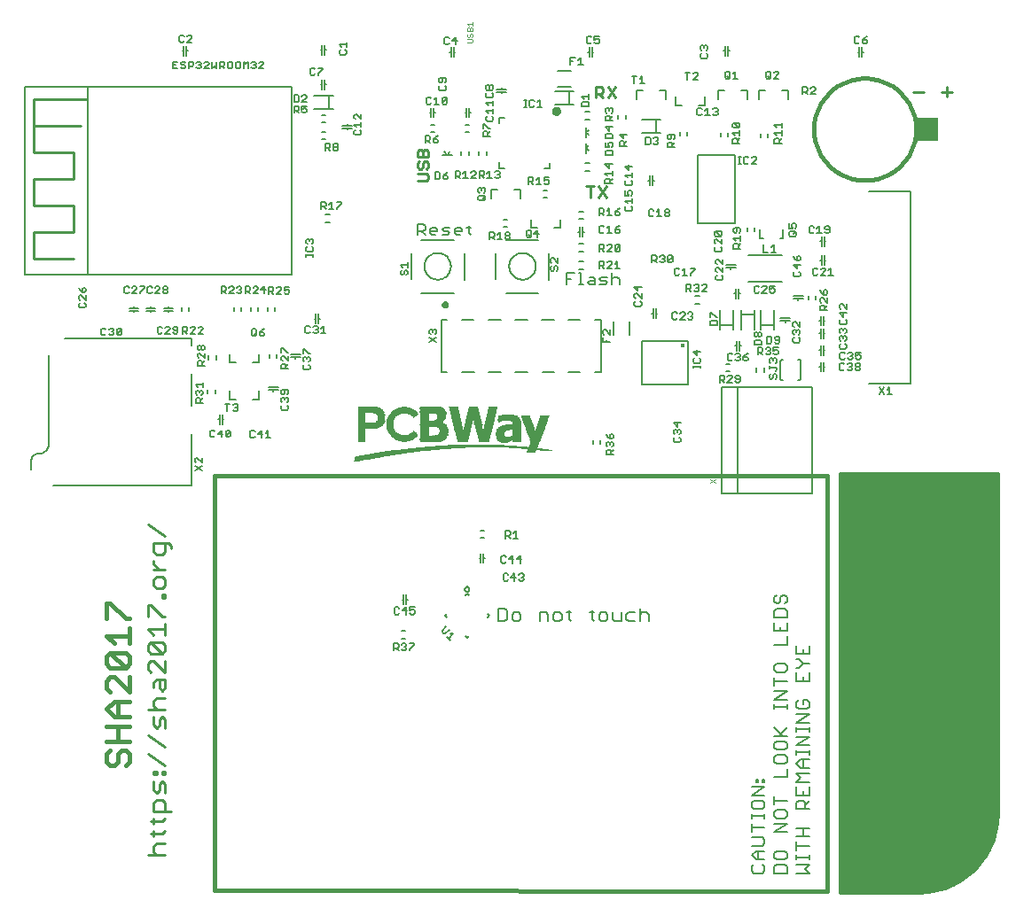
<source format=gto>
G75*
%MOIN*%
%OFA0B0*%
%FSLAX24Y24*%
%IPPOS*%
%LPD*%
%AMOC8*
5,1,8,0,0,1.08239X$1,22.5*
%
%ADD10C,0.0160*%
%ADD11C,0.0080*%
%ADD12C,0.0090*%
%ADD13R,0.0827X0.0866*%
%ADD14C,0.0110*%
%ADD15R,0.0111X0.0016*%
%ADD16R,0.0175X0.0016*%
%ADD17R,0.0254X0.0016*%
%ADD18R,0.0333X0.0016*%
%ADD19R,0.0428X0.0016*%
%ADD20R,0.0492X0.0016*%
%ADD21R,0.0571X0.0016*%
%ADD22R,0.0666X0.0016*%
%ADD23R,0.0762X0.0016*%
%ADD24R,0.0841X0.0016*%
%ADD25R,0.0920X0.0016*%
%ADD26R,0.1015X0.0016*%
%ADD27R,0.1031X0.0016*%
%ADD28R,0.1063X0.0016*%
%ADD29R,0.1047X0.0016*%
%ADD30R,0.1079X0.0016*%
%ADD31R,0.1079X0.0016*%
%ADD32R,0.1095X0.0016*%
%ADD33R,0.1111X0.0016*%
%ADD34R,0.1126X0.0016*%
%ADD35R,0.1142X0.0016*%
%ADD36R,0.1174X0.0016*%
%ADD37R,0.0317X0.0016*%
%ADD38R,0.1190X0.0016*%
%ADD39R,0.0349X0.0016*%
%ADD40R,0.1206X0.0016*%
%ADD41R,0.1222X0.0016*%
%ADD42R,0.0333X0.0016*%
%ADD43R,0.0048X0.0016*%
%ADD44R,0.1253X0.0016*%
%ADD45R,0.0349X0.0016*%
%ADD46R,0.0286X0.0016*%
%ADD47R,0.1285X0.0016*%
%ADD48R,0.0333X0.0016*%
%ADD49R,0.0460X0.0016*%
%ADD50R,0.1317X0.0016*%
%ADD51R,0.0809X0.0016*%
%ADD52R,0.1349X0.0016*%
%ADD53R,0.0682X0.0016*%
%ADD54R,0.1428X0.0016*%
%ADD55R,0.0635X0.0016*%
%ADD56R,0.1460X0.0016*%
%ADD57R,0.0666X0.0016*%
%ADD58R,0.1555X0.0016*%
%ADD59R,0.0825X0.0016*%
%ADD60R,0.1714X0.0016*%
%ADD61R,0.1063X0.0016*%
%ADD62R,0.1920X0.0016*%
%ADD63R,0.0968X0.0016*%
%ADD64R,0.3443X0.0016*%
%ADD65R,0.3078X0.0016*%
%ADD66R,0.2634X0.0016*%
%ADD67R,0.2142X0.0016*%
%ADD68R,0.1460X0.0016*%
%ADD69R,0.0238X0.0016*%
%ADD70R,0.0254X0.0016*%
%ADD71R,0.0666X0.0016*%
%ADD72R,0.0381X0.0016*%
%ADD73R,0.0365X0.0016*%
%ADD74R,0.0301X0.0016*%
%ADD75R,0.0317X0.0016*%
%ADD76R,0.0190X0.0016*%
%ADD77R,0.0809X0.0016*%
%ADD78R,0.0413X0.0016*%
%ADD79R,0.0365X0.0016*%
%ADD80R,0.0857X0.0016*%
%ADD81R,0.0397X0.0016*%
%ADD82R,0.0476X0.0016*%
%ADD83R,0.0476X0.0016*%
%ADD84R,0.0889X0.0016*%
%ADD85R,0.0508X0.0016*%
%ADD86R,0.0381X0.0016*%
%ADD87R,0.0555X0.0016*%
%ADD88R,0.0904X0.0016*%
%ADD89R,0.0539X0.0016*%
%ADD90R,0.0936X0.0016*%
%ADD91R,0.0428X0.0016*%
%ADD92R,0.0397X0.0016*%
%ADD93R,0.0682X0.0016*%
%ADD94R,0.0952X0.0016*%
%ADD95R,0.0904X0.0016*%
%ADD96R,0.0730X0.0016*%
%ADD97R,0.0968X0.0016*%
%ADD98R,0.0444X0.0016*%
%ADD99R,0.0777X0.0016*%
%ADD100R,0.0984X0.0016*%
%ADD101R,0.0444X0.0016*%
%ADD102R,0.0444X0.0016*%
%ADD103R,0.0825X0.0016*%
%ADD104R,0.1000X0.0016*%
%ADD105R,0.0873X0.0016*%
%ADD106R,0.0460X0.0016*%
%ADD107R,0.1031X0.0016*%
%ADD108R,0.0016X0.0016*%
%ADD109R,0.0508X0.0016*%
%ADD110R,0.0397X0.0016*%
%ADD111R,0.0524X0.0016*%
%ADD112R,0.0365X0.0016*%
%ADD113R,0.0270X0.0016*%
%ADD114R,0.0317X0.0016*%
%ADD115R,0.0222X0.0016*%
%ADD116R,0.0571X0.0016*%
%ADD117R,0.0143X0.0016*%
%ADD118R,0.0587X0.0016*%
%ADD119R,0.0286X0.0016*%
%ADD120R,0.0603X0.0016*%
%ADD121R,0.0079X0.0016*%
%ADD122R,0.0016X0.0016*%
%ADD123R,0.0301X0.0016*%
%ADD124R,0.0301X0.0016*%
%ADD125R,0.0873X0.0016*%
%ADD126R,0.0730X0.0016*%
%ADD127R,0.0793X0.0016*%
%ADD128R,0.0714X0.0016*%
%ADD129R,0.0286X0.0016*%
%ADD130R,0.0651X0.0016*%
%ADD131R,0.0063X0.0016*%
%ADD132R,0.0349X0.0016*%
%ADD133R,0.0159X0.0016*%
%ADD134R,0.0032X0.0016*%
%ADD135R,0.0095X0.0016*%
%ADD136R,0.0746X0.0016*%
%ADD137R,0.0127X0.0016*%
%ADD138R,0.0206X0.0016*%
%ADD139R,0.0428X0.0016*%
%ADD140R,0.0619X0.0016*%
%ADD141R,0.0793X0.0016*%
%ADD142R,0.0746X0.0016*%
%ADD143C,0.0150*%
%ADD144C,0.0120*%
%ADD145C,0.0050*%
%ADD146C,0.0040*%
%ADD147C,0.0060*%
%ADD148C,0.0100*%
%ADD149C,0.0176*%
D10*
X009156Y005735D02*
X009156Y021325D01*
X032187Y021325D01*
X032187Y005695D01*
X009156Y005735D01*
X017771Y027758D02*
X017773Y027771D01*
X017778Y027784D01*
X017787Y027795D01*
X017798Y027802D01*
X017811Y027807D01*
X017824Y027808D01*
X017838Y027805D01*
X017850Y027799D01*
X017860Y027790D01*
X017867Y027778D01*
X017871Y027765D01*
X017871Y027751D01*
X017867Y027738D01*
X017860Y027726D01*
X017850Y027717D01*
X017838Y027711D01*
X017824Y027708D01*
X017811Y027709D01*
X017798Y027714D01*
X017787Y027721D01*
X017778Y027732D01*
X017773Y027745D01*
X017771Y027758D01*
X021918Y035046D02*
X021920Y035064D01*
X021926Y035080D01*
X021935Y035095D01*
X021948Y035108D01*
X021963Y035117D01*
X021979Y035123D01*
X021997Y035125D01*
X022015Y035123D01*
X022031Y035117D01*
X022046Y035108D01*
X022059Y035095D01*
X022068Y035080D01*
X022074Y035064D01*
X022076Y035046D01*
X022074Y035028D01*
X022068Y035012D01*
X022059Y034997D01*
X022046Y034984D01*
X022031Y034975D01*
X022015Y034969D01*
X021997Y034967D01*
X021979Y034969D01*
X021963Y034975D01*
X021948Y034984D01*
X021935Y034997D01*
X021926Y035012D01*
X021920Y035028D01*
X021918Y035046D01*
X031686Y034357D02*
X031688Y034444D01*
X031694Y034532D01*
X031704Y034618D01*
X031718Y034705D01*
X031736Y034790D01*
X031757Y034875D01*
X031783Y034958D01*
X031812Y035041D01*
X031845Y035122D01*
X031881Y035201D01*
X031922Y035278D01*
X031965Y035354D01*
X032012Y035428D01*
X032063Y035499D01*
X032116Y035568D01*
X032173Y035635D01*
X032233Y035698D01*
X032295Y035759D01*
X032360Y035818D01*
X032428Y035873D01*
X032498Y035925D01*
X032571Y035974D01*
X032645Y036019D01*
X032722Y036061D01*
X032801Y036099D01*
X032881Y036134D01*
X032962Y036165D01*
X033045Y036193D01*
X033129Y036216D01*
X033215Y036236D01*
X033300Y036252D01*
X033387Y036264D01*
X033474Y036272D01*
X033561Y036276D01*
X033649Y036276D01*
X033736Y036272D01*
X033823Y036264D01*
X033910Y036252D01*
X033995Y036236D01*
X034081Y036216D01*
X034165Y036193D01*
X034248Y036165D01*
X034329Y036134D01*
X034409Y036099D01*
X034488Y036061D01*
X034564Y036019D01*
X034639Y035974D01*
X034712Y035925D01*
X034782Y035873D01*
X034850Y035818D01*
X034915Y035759D01*
X034977Y035698D01*
X035037Y035635D01*
X035094Y035568D01*
X035147Y035499D01*
X035198Y035428D01*
X035245Y035354D01*
X035288Y035278D01*
X035329Y035201D01*
X035365Y035122D01*
X035398Y035041D01*
X035427Y034958D01*
X035453Y034875D01*
X035474Y034790D01*
X035492Y034705D01*
X035506Y034618D01*
X035516Y034532D01*
X035522Y034444D01*
X035524Y034357D01*
X035522Y034270D01*
X035516Y034182D01*
X035506Y034096D01*
X035492Y034009D01*
X035474Y033924D01*
X035453Y033839D01*
X035427Y033756D01*
X035398Y033673D01*
X035365Y033592D01*
X035329Y033513D01*
X035288Y033436D01*
X035245Y033360D01*
X035198Y033286D01*
X035147Y033215D01*
X035094Y033146D01*
X035037Y033079D01*
X034977Y033016D01*
X034915Y032955D01*
X034850Y032896D01*
X034782Y032841D01*
X034712Y032789D01*
X034639Y032740D01*
X034565Y032695D01*
X034488Y032653D01*
X034409Y032615D01*
X034329Y032580D01*
X034248Y032549D01*
X034165Y032521D01*
X034081Y032498D01*
X033995Y032478D01*
X033910Y032462D01*
X033823Y032450D01*
X033736Y032442D01*
X033649Y032438D01*
X033561Y032438D01*
X033474Y032442D01*
X033387Y032450D01*
X033300Y032462D01*
X033215Y032478D01*
X033129Y032498D01*
X033045Y032521D01*
X032962Y032549D01*
X032881Y032580D01*
X032801Y032615D01*
X032722Y032653D01*
X032645Y032695D01*
X032571Y032740D01*
X032498Y032789D01*
X032428Y032841D01*
X032360Y032896D01*
X032295Y032955D01*
X032233Y033016D01*
X032173Y033079D01*
X032116Y033146D01*
X032063Y033215D01*
X032012Y033286D01*
X031965Y033360D01*
X031922Y033436D01*
X031881Y033513D01*
X031845Y033592D01*
X031812Y033673D01*
X031783Y033756D01*
X031757Y033839D01*
X031736Y033924D01*
X031718Y034009D01*
X031704Y034096D01*
X031694Y034182D01*
X031688Y034270D01*
X031686Y034357D01*
D11*
X030731Y035499D02*
X030731Y035813D01*
X030494Y035813D01*
X029864Y035813D02*
X029628Y035813D01*
X029628Y035499D01*
X029195Y035499D02*
X029195Y035813D01*
X028959Y035813D01*
X028329Y035813D02*
X028093Y035813D01*
X028093Y035499D01*
X027581Y035577D02*
X027581Y035262D01*
X027345Y035262D01*
X026715Y035262D02*
X026479Y035262D01*
X026479Y035577D01*
X026124Y035499D02*
X026124Y035813D01*
X025888Y035813D01*
X025258Y035813D02*
X025022Y035813D01*
X025022Y035499D01*
X025219Y034731D02*
X025770Y034731D01*
X025770Y034219D01*
X025219Y034219D01*
X025770Y034219D02*
X025927Y034219D01*
X025927Y034731D02*
X025770Y034731D01*
X027314Y033403D02*
X028714Y033403D01*
X028714Y030823D01*
X027314Y030823D01*
X027314Y033403D01*
X029668Y030577D02*
X029668Y030262D01*
X029786Y030262D01*
X029234Y029632D02*
X030494Y029632D01*
X030534Y030262D02*
X030534Y030577D01*
X030534Y030262D02*
X030416Y030262D01*
X030494Y028609D02*
X029234Y028609D01*
X029451Y027546D02*
X029451Y027388D01*
X028939Y027388D01*
X028939Y026837D01*
X028664Y026837D02*
X028664Y026995D01*
X028152Y026995D01*
X028152Y027546D01*
X028664Y027546D02*
X028664Y026995D01*
X028939Y027388D02*
X028939Y027546D01*
X029451Y027388D02*
X029451Y026837D01*
X029687Y026837D02*
X029687Y026995D01*
X030199Y026995D01*
X030199Y027546D01*
X029687Y027546D02*
X029687Y026995D01*
X030199Y026995D02*
X030199Y026837D01*
X030416Y025617D02*
X030416Y024987D01*
X030416Y024986D02*
X030422Y024968D01*
X030431Y024950D01*
X030443Y024935D01*
X030459Y024923D01*
X030476Y024914D01*
X030495Y024908D01*
X030514Y024906D01*
X030534Y024908D01*
X031085Y024908D02*
X031103Y024906D01*
X031120Y024907D01*
X031137Y024911D01*
X031153Y024918D01*
X031168Y024928D01*
X031180Y024940D01*
X031190Y024954D01*
X031198Y024970D01*
X031203Y024986D01*
X031203Y024987D02*
X031203Y025617D01*
X031198Y025633D01*
X031190Y025649D01*
X031180Y025663D01*
X031168Y025675D01*
X031153Y025685D01*
X031137Y025692D01*
X031120Y025696D01*
X031103Y025697D01*
X031085Y025695D01*
X030534Y025695D02*
X030514Y025697D01*
X030495Y025695D01*
X030476Y025689D01*
X030459Y025680D01*
X030443Y025668D01*
X030431Y025653D01*
X030422Y025635D01*
X030416Y025617D01*
X028152Y026837D02*
X028152Y026995D01*
X024771Y027126D02*
X024771Y026626D01*
X024171Y026626D02*
X024171Y027126D01*
X024093Y028523D02*
X024093Y028943D01*
X024163Y028803D02*
X024303Y028803D01*
X024373Y028733D01*
X024373Y028523D01*
X024093Y028733D02*
X024163Y028803D01*
X023912Y028803D02*
X023702Y028803D01*
X023632Y028733D01*
X023702Y028663D01*
X023842Y028663D01*
X023912Y028593D01*
X023842Y028523D01*
X023632Y028523D01*
X023452Y028523D02*
X023452Y028733D01*
X023382Y028803D01*
X023242Y028803D01*
X023242Y028663D02*
X023452Y028663D01*
X023452Y028523D02*
X023242Y028523D01*
X023172Y028593D01*
X023242Y028663D01*
X023005Y028523D02*
X022865Y028523D01*
X022935Y028523D02*
X022935Y028943D01*
X022865Y028943D01*
X022685Y028943D02*
X022404Y028943D01*
X022404Y028523D01*
X022404Y028733D02*
X022545Y028733D01*
X021731Y028699D02*
X021731Y029687D01*
X021337Y030199D02*
X020124Y030199D01*
X019731Y029687D02*
X019731Y028711D01*
X020124Y028199D02*
X021337Y028199D01*
X020231Y029199D02*
X020233Y029243D01*
X020239Y029287D01*
X020249Y029330D01*
X020262Y029372D01*
X020279Y029413D01*
X020300Y029452D01*
X020324Y029489D01*
X020351Y029524D01*
X020381Y029556D01*
X020414Y029586D01*
X020450Y029612D01*
X020487Y029636D01*
X020527Y029655D01*
X020568Y029672D01*
X020611Y029684D01*
X020654Y029693D01*
X020698Y029698D01*
X020742Y029699D01*
X020786Y029696D01*
X020830Y029689D01*
X020873Y029678D01*
X020915Y029664D01*
X020955Y029646D01*
X020994Y029624D01*
X021030Y029600D01*
X021064Y029572D01*
X021096Y029541D01*
X021125Y029507D01*
X021151Y029471D01*
X021173Y029433D01*
X021192Y029393D01*
X021207Y029351D01*
X021219Y029309D01*
X021227Y029265D01*
X021231Y029221D01*
X021231Y029177D01*
X021227Y029133D01*
X021219Y029089D01*
X021207Y029047D01*
X021192Y029005D01*
X021173Y028965D01*
X021151Y028927D01*
X021125Y028891D01*
X021096Y028857D01*
X021064Y028826D01*
X021030Y028798D01*
X020994Y028774D01*
X020955Y028752D01*
X020915Y028734D01*
X020873Y028720D01*
X020830Y028709D01*
X020786Y028702D01*
X020742Y028699D01*
X020698Y028700D01*
X020654Y028705D01*
X020611Y028714D01*
X020568Y028726D01*
X020527Y028743D01*
X020487Y028762D01*
X020450Y028786D01*
X020414Y028812D01*
X020381Y028842D01*
X020351Y028874D01*
X020324Y028909D01*
X020300Y028946D01*
X020279Y028985D01*
X020262Y029026D01*
X020249Y029068D01*
X020239Y029111D01*
X020233Y029155D01*
X020231Y029199D01*
X021046Y030656D02*
X021046Y030971D01*
X021046Y030656D02*
X021282Y030656D01*
X021912Y030656D02*
X022148Y030656D01*
X022148Y030971D01*
X020652Y031758D02*
X020652Y032073D01*
X020416Y032073D01*
X020061Y032900D02*
X019864Y032900D01*
X019864Y033136D01*
X019786Y032073D02*
X019549Y032073D01*
X019549Y031758D01*
X018706Y030731D02*
X018706Y030451D01*
X018776Y030381D01*
X018776Y030661D02*
X018636Y030661D01*
X018456Y030591D02*
X018456Y030521D01*
X018175Y030521D01*
X018175Y030451D02*
X018175Y030591D01*
X018245Y030661D01*
X018386Y030661D01*
X018456Y030591D01*
X018386Y030381D02*
X018245Y030381D01*
X018175Y030451D01*
X017995Y030451D02*
X017925Y030521D01*
X017785Y030521D01*
X017715Y030591D01*
X017785Y030661D01*
X017995Y030661D01*
X017995Y030451D02*
X017925Y030381D01*
X017715Y030381D01*
X017535Y030521D02*
X017535Y030591D01*
X017465Y030661D01*
X017325Y030661D01*
X017255Y030591D01*
X017255Y030451D01*
X017325Y030381D01*
X017465Y030381D01*
X017535Y030521D02*
X017255Y030521D01*
X017074Y030591D02*
X017004Y030521D01*
X016794Y030521D01*
X016794Y030381D02*
X016794Y030801D01*
X017004Y030801D01*
X017074Y030731D01*
X017074Y030591D01*
X016934Y030521D02*
X017074Y030381D01*
X016935Y030199D02*
X018148Y030199D01*
X018542Y029687D02*
X018542Y028699D01*
X018148Y028199D02*
X016935Y028199D01*
X016542Y028711D02*
X016542Y029687D01*
X017042Y029199D02*
X017044Y029243D01*
X017050Y029287D01*
X017060Y029330D01*
X017073Y029372D01*
X017090Y029413D01*
X017111Y029452D01*
X017135Y029489D01*
X017162Y029524D01*
X017192Y029556D01*
X017225Y029586D01*
X017261Y029612D01*
X017298Y029636D01*
X017338Y029655D01*
X017379Y029672D01*
X017422Y029684D01*
X017465Y029693D01*
X017509Y029698D01*
X017553Y029699D01*
X017597Y029696D01*
X017641Y029689D01*
X017684Y029678D01*
X017726Y029664D01*
X017766Y029646D01*
X017805Y029624D01*
X017841Y029600D01*
X017875Y029572D01*
X017907Y029541D01*
X017936Y029507D01*
X017962Y029471D01*
X017984Y029433D01*
X018003Y029393D01*
X018018Y029351D01*
X018030Y029309D01*
X018038Y029265D01*
X018042Y029221D01*
X018042Y029177D01*
X018038Y029133D01*
X018030Y029089D01*
X018018Y029047D01*
X018003Y029005D01*
X017984Y028965D01*
X017962Y028927D01*
X017936Y028891D01*
X017907Y028857D01*
X017875Y028826D01*
X017841Y028798D01*
X017805Y028774D01*
X017766Y028752D01*
X017726Y028734D01*
X017684Y028720D01*
X017641Y028709D01*
X017597Y028702D01*
X017553Y028699D01*
X017509Y028700D01*
X017465Y028705D01*
X017422Y028714D01*
X017379Y028726D01*
X017338Y028743D01*
X017298Y028762D01*
X017261Y028786D01*
X017225Y028812D01*
X017192Y028842D01*
X017162Y028874D01*
X017135Y028909D01*
X017111Y028946D01*
X017090Y028985D01*
X017073Y029026D01*
X017060Y029068D01*
X017050Y029111D01*
X017044Y029155D01*
X017042Y029199D01*
X017715Y033384D02*
X017896Y033384D01*
X017804Y033506D01*
X017896Y033384D02*
X018077Y033384D01*
X017982Y033506D02*
X017906Y033390D01*
X019864Y034593D02*
X019864Y034790D01*
X020061Y034790D01*
X021951Y035282D02*
X022502Y035282D01*
X022502Y035794D01*
X021951Y035794D01*
X022055Y035947D02*
X022555Y035947D01*
X022502Y035794D02*
X022660Y035794D01*
X022660Y035282D02*
X022502Y035282D01*
X023105Y034420D02*
X023105Y034239D01*
X023227Y034331D01*
X023105Y034239D02*
X023105Y034058D01*
X023227Y034153D02*
X023111Y034229D01*
X023105Y033829D02*
X023105Y033648D01*
X023227Y033740D01*
X023105Y033648D02*
X023105Y033467D01*
X023227Y033562D02*
X023111Y033638D01*
X021754Y033097D02*
X021754Y032900D01*
X021557Y032900D01*
X022055Y036547D02*
X022555Y036547D01*
X013605Y035636D02*
X013447Y035636D01*
X013447Y035124D01*
X012896Y035124D01*
X012896Y035636D02*
X013447Y035636D01*
X013447Y035124D02*
X013605Y035124D01*
X008290Y026483D02*
X008290Y026207D01*
X008290Y026483D02*
X003526Y026483D01*
X002935Y025853D02*
X002935Y022546D01*
X002936Y022546D02*
X002933Y022508D01*
X002927Y022470D01*
X002917Y022433D01*
X002903Y022397D01*
X002887Y022362D01*
X002867Y022330D01*
X002844Y022299D01*
X002818Y022270D01*
X002789Y022244D01*
X002758Y022221D01*
X002726Y022201D01*
X002691Y022185D01*
X002655Y022171D01*
X002618Y022161D01*
X002580Y022155D01*
X002542Y022152D01*
X002510Y022153D01*
X002479Y022149D01*
X002448Y022142D01*
X002418Y022131D01*
X002390Y022117D01*
X002364Y022099D01*
X002340Y022078D01*
X002319Y022054D01*
X002301Y022028D01*
X002287Y022000D01*
X002276Y021970D01*
X002269Y021939D01*
X002265Y021908D01*
X002266Y021876D01*
X002266Y021561D01*
X003093Y020971D02*
X008290Y020971D01*
X008290Y022900D01*
X008290Y023963D02*
X008290Y025144D01*
X009707Y025577D02*
X009707Y025892D01*
X009707Y025577D02*
X009943Y025577D01*
X010573Y025577D02*
X010809Y025577D01*
X010809Y025892D01*
X010809Y024514D02*
X010809Y024199D01*
X010573Y024199D01*
X009943Y024199D02*
X009707Y024199D01*
X009707Y024514D01*
X019826Y016334D02*
X019826Y015853D01*
X020066Y015853D01*
X020146Y015934D01*
X020146Y016254D01*
X020066Y016334D01*
X019826Y016334D01*
X020341Y016094D02*
X020341Y015934D01*
X020421Y015853D01*
X020582Y015853D01*
X020662Y015934D01*
X020662Y016094D01*
X020582Y016174D01*
X020421Y016174D01*
X020341Y016094D01*
X021373Y016174D02*
X021613Y016174D01*
X021693Y016094D01*
X021693Y015853D01*
X021888Y015934D02*
X021968Y015853D01*
X022128Y015853D01*
X022209Y015934D01*
X022209Y016094D01*
X022128Y016174D01*
X021968Y016174D01*
X021888Y016094D01*
X021888Y015934D01*
X021373Y015853D02*
X021373Y016174D01*
X022404Y016174D02*
X022564Y016174D01*
X022484Y016254D02*
X022484Y015934D01*
X022564Y015853D01*
X023263Y016174D02*
X023423Y016174D01*
X023343Y016254D02*
X023343Y015934D01*
X023423Y015853D01*
X023607Y015934D02*
X023687Y015853D01*
X023847Y015853D01*
X023927Y015934D01*
X023927Y016094D01*
X023847Y016174D01*
X023687Y016174D01*
X023607Y016094D01*
X023607Y015934D01*
X024123Y015934D02*
X024203Y015853D01*
X024443Y015853D01*
X024443Y016174D01*
X024638Y016094D02*
X024638Y015934D01*
X024718Y015853D01*
X024959Y015853D01*
X025154Y015853D02*
X025154Y016334D01*
X025234Y016174D02*
X025154Y016094D01*
X025234Y016174D02*
X025394Y016174D01*
X025474Y016094D01*
X025474Y015853D01*
X024959Y016174D02*
X024718Y016174D01*
X024638Y016094D01*
X024123Y016174D02*
X024123Y015934D01*
X029517Y009883D02*
X029517Y009803D01*
X029597Y009803D01*
X029597Y009883D01*
X029517Y009883D01*
X029757Y009883D02*
X029757Y009803D01*
X029837Y009803D01*
X029837Y009883D01*
X029757Y009883D01*
X029837Y009608D02*
X029357Y009608D01*
X029357Y009287D02*
X029837Y009608D01*
X029837Y009287D02*
X029357Y009287D01*
X029437Y009092D02*
X029357Y009012D01*
X029357Y008852D01*
X029437Y008772D01*
X029757Y008772D01*
X029837Y008852D01*
X029837Y009012D01*
X029757Y009092D01*
X029437Y009092D01*
X029357Y008588D02*
X029357Y008428D01*
X029357Y008508D02*
X029837Y008508D01*
X029837Y008428D02*
X029837Y008588D01*
X030197Y008668D02*
X030277Y008748D01*
X030597Y008748D01*
X030677Y008668D01*
X030677Y008508D01*
X030597Y008428D01*
X030277Y008428D01*
X030197Y008508D01*
X030197Y008668D01*
X030197Y008943D02*
X030197Y009264D01*
X030197Y009104D02*
X030677Y009104D01*
X031037Y009012D02*
X031037Y008772D01*
X031517Y008772D01*
X031357Y008772D02*
X031357Y009012D01*
X031277Y009092D01*
X031117Y009092D01*
X031037Y009012D01*
X031037Y009287D02*
X031517Y009287D01*
X031517Y009608D01*
X031517Y009803D02*
X031037Y009803D01*
X031197Y009963D01*
X031037Y010123D01*
X031517Y010123D01*
X031517Y010319D02*
X031197Y010319D01*
X031037Y010479D01*
X031197Y010639D01*
X031517Y010639D01*
X031517Y010834D02*
X031517Y010994D01*
X031517Y010914D02*
X031037Y010914D01*
X031037Y010834D02*
X031037Y010994D01*
X031037Y011178D02*
X031517Y011498D01*
X031037Y011498D01*
X031037Y011694D02*
X031037Y011854D01*
X031037Y011774D02*
X031517Y011774D01*
X031517Y011694D02*
X031517Y011854D01*
X031517Y012037D02*
X031037Y012037D01*
X031517Y012358D01*
X031037Y012358D01*
X031117Y012553D02*
X031437Y012553D01*
X031517Y012633D01*
X031517Y012793D01*
X031437Y012873D01*
X031277Y012873D01*
X031277Y012713D01*
X031117Y012553D02*
X031037Y012633D01*
X031037Y012793D01*
X031117Y012873D01*
X030677Y012897D02*
X030197Y012897D01*
X030677Y013217D01*
X030197Y013217D01*
X030197Y013412D02*
X030197Y013733D01*
X030197Y013572D02*
X030677Y013572D01*
X031037Y013584D02*
X031037Y013905D01*
X031037Y014100D02*
X031117Y014100D01*
X031277Y014260D01*
X031517Y014260D01*
X031277Y014260D02*
X031117Y014420D01*
X031037Y014420D01*
X031037Y014616D02*
X031517Y014616D01*
X031517Y014936D01*
X031277Y014776D02*
X031277Y014616D01*
X031037Y014616D02*
X031037Y014936D01*
X030677Y014959D02*
X030677Y015280D01*
X030677Y015475D02*
X030197Y015475D01*
X030197Y015795D01*
X030197Y015991D02*
X030197Y016231D01*
X030277Y016311D01*
X030597Y016311D01*
X030677Y016231D01*
X030677Y015991D01*
X030197Y015991D01*
X030437Y015635D02*
X030437Y015475D01*
X030677Y015475D02*
X030677Y015795D01*
X030597Y016506D02*
X030677Y016586D01*
X030677Y016746D01*
X030597Y016826D01*
X030517Y016826D01*
X030437Y016746D01*
X030437Y016586D01*
X030357Y016506D01*
X030277Y016506D01*
X030197Y016586D01*
X030197Y016746D01*
X030277Y016826D01*
X030197Y014959D02*
X030677Y014959D01*
X030597Y014248D02*
X030277Y014248D01*
X030197Y014168D01*
X030197Y014008D01*
X030277Y013928D01*
X030597Y013928D01*
X030677Y014008D01*
X030677Y014168D01*
X030597Y014248D01*
X031037Y013584D02*
X031517Y013584D01*
X031517Y013905D01*
X031277Y013744D02*
X031277Y013584D01*
X030677Y012713D02*
X030677Y012553D01*
X030677Y012633D02*
X030197Y012633D01*
X030197Y012553D02*
X030197Y012713D01*
X030197Y011842D02*
X030517Y011522D01*
X030437Y011602D02*
X030677Y011842D01*
X030677Y011522D02*
X030197Y011522D01*
X030277Y011326D02*
X030197Y011246D01*
X030197Y011086D01*
X030277Y011006D01*
X030597Y011006D01*
X030677Y011086D01*
X030677Y011246D01*
X030597Y011326D01*
X030277Y011326D01*
X030277Y010811D02*
X030197Y010731D01*
X030197Y010570D01*
X030277Y010490D01*
X030597Y010490D01*
X030677Y010570D01*
X030677Y010731D01*
X030597Y010811D01*
X030277Y010811D01*
X030677Y010295D02*
X030677Y009975D01*
X030197Y009975D01*
X031037Y009608D02*
X031037Y009287D01*
X031277Y009287D02*
X031277Y009447D01*
X031517Y009092D02*
X031357Y008932D01*
X031277Y008061D02*
X031277Y007740D01*
X031517Y007740D02*
X031037Y007740D01*
X031037Y007545D02*
X031037Y007225D01*
X031037Y007385D02*
X031517Y007385D01*
X031517Y007041D02*
X031517Y006881D01*
X031517Y006961D02*
X031037Y006961D01*
X031037Y006881D02*
X031037Y007041D01*
X031037Y006686D02*
X031517Y006686D01*
X031357Y006525D01*
X031517Y006365D01*
X031037Y006365D01*
X030677Y006365D02*
X030677Y006605D01*
X030597Y006686D01*
X030277Y006686D01*
X030197Y006605D01*
X030197Y006365D01*
X030677Y006365D01*
X030597Y006881D02*
X030277Y006881D01*
X030197Y006961D01*
X030197Y007121D01*
X030277Y007201D01*
X030597Y007201D01*
X030677Y007121D01*
X030677Y006961D01*
X030597Y006881D01*
X029837Y006881D02*
X029517Y006881D01*
X029357Y007041D01*
X029517Y007201D01*
X029837Y007201D01*
X029757Y007397D02*
X029357Y007397D01*
X029597Y007201D02*
X029597Y006881D01*
X029437Y006686D02*
X029357Y006605D01*
X029357Y006445D01*
X029437Y006365D01*
X029757Y006365D01*
X029837Y006445D01*
X029837Y006605D01*
X029757Y006686D01*
X029757Y007397D02*
X029837Y007477D01*
X029837Y007637D01*
X029757Y007717D01*
X029357Y007717D01*
X029357Y007912D02*
X029357Y008232D01*
X029357Y008072D02*
X029837Y008072D01*
X030197Y007912D02*
X030677Y008232D01*
X030197Y008232D01*
X030197Y007912D02*
X030677Y007912D01*
X031037Y008061D02*
X031517Y008061D01*
X031277Y010319D02*
X031277Y010639D01*
X031517Y011178D02*
X031037Y011178D01*
D12*
X023872Y031803D02*
X023598Y032214D01*
X023411Y032214D02*
X023138Y032214D01*
X023275Y032214D02*
X023275Y031803D01*
X023598Y031803D02*
X023872Y032214D01*
X023952Y035544D02*
X024226Y035954D01*
X023952Y035954D02*
X024226Y035544D01*
X023766Y035544D02*
X023629Y035680D01*
X023697Y035680D02*
X023492Y035680D01*
X023492Y035544D02*
X023492Y035954D01*
X023697Y035954D01*
X023766Y035885D01*
X023766Y035749D01*
X023697Y035680D01*
X017189Y033536D02*
X017189Y033330D01*
X016779Y033330D01*
X016779Y033536D01*
X016848Y033604D01*
X016916Y033604D01*
X016984Y033536D01*
X016984Y033330D01*
X017053Y033144D02*
X017121Y033144D01*
X017189Y033075D01*
X017189Y032938D01*
X017121Y032870D01*
X016984Y032938D02*
X016984Y033075D01*
X017053Y033144D01*
X016848Y033144D02*
X016779Y033075D01*
X016779Y032938D01*
X016848Y032870D01*
X016916Y032870D01*
X016984Y032938D01*
X017121Y032683D02*
X016779Y032683D01*
X016779Y032410D02*
X017121Y032410D01*
X017189Y032478D01*
X017189Y032615D01*
X017121Y032683D01*
X017189Y033536D02*
X017121Y033604D01*
X017053Y033604D01*
X016984Y033536D01*
D13*
X035947Y034357D03*
D14*
X007302Y007050D02*
X006651Y007050D01*
X006868Y007158D02*
X006868Y007375D01*
X006976Y007483D01*
X007302Y007483D01*
X007193Y007858D02*
X007302Y007966D01*
X007193Y007858D02*
X006760Y007858D01*
X006868Y007966D02*
X006868Y007749D01*
X006868Y008216D02*
X006868Y008433D01*
X006760Y008324D02*
X007193Y008324D01*
X007302Y008433D01*
X007302Y008682D02*
X007302Y009008D01*
X007193Y009116D01*
X006976Y009116D01*
X006868Y009008D01*
X006868Y008682D01*
X007519Y008682D01*
X007302Y009382D02*
X007302Y009708D01*
X007193Y009816D01*
X007085Y009708D01*
X007085Y009491D01*
X006976Y009382D01*
X006868Y009491D01*
X006868Y009816D01*
X006868Y010082D02*
X006976Y010082D01*
X006976Y010190D01*
X006868Y010190D01*
X006868Y010082D01*
X007193Y010082D02*
X007302Y010082D01*
X007302Y010190D01*
X007193Y010190D01*
X007193Y010082D01*
X007302Y010432D02*
X006651Y010866D01*
X006651Y011565D02*
X007302Y011132D01*
X007302Y011832D02*
X007302Y012157D01*
X007193Y012265D01*
X007085Y012157D01*
X007085Y011940D01*
X006976Y011832D01*
X006868Y011940D01*
X006868Y012265D01*
X006976Y012531D02*
X006868Y012640D01*
X006868Y012857D01*
X006976Y012965D01*
X007302Y012965D01*
X007193Y013231D02*
X007085Y013340D01*
X007085Y013665D01*
X006976Y013665D02*
X007302Y013665D01*
X007302Y013340D01*
X007193Y013231D01*
X006868Y013340D02*
X006868Y013556D01*
X006976Y013665D01*
X006760Y013931D02*
X006651Y014039D01*
X006651Y014256D01*
X006760Y014365D01*
X006868Y014365D01*
X007302Y013931D01*
X007302Y014365D01*
X007193Y014631D02*
X007302Y014739D01*
X007302Y014956D01*
X007193Y015064D01*
X006760Y015064D01*
X007193Y014631D01*
X006760Y014631D01*
X006651Y014739D01*
X006651Y014956D01*
X006760Y015064D01*
X006868Y015330D02*
X006651Y015547D01*
X007302Y015547D01*
X007302Y015330D02*
X007302Y015764D01*
X007302Y016030D02*
X007193Y016030D01*
X006760Y016464D01*
X006651Y016464D01*
X006651Y016030D01*
X007193Y016730D02*
X007193Y016839D01*
X007302Y016839D01*
X007302Y016730D01*
X007193Y016730D01*
X007193Y017080D02*
X007302Y017188D01*
X007302Y017405D01*
X007193Y017514D01*
X006976Y017514D01*
X006868Y017405D01*
X006868Y017188D01*
X006976Y017080D01*
X007193Y017080D01*
X007085Y017780D02*
X006868Y017997D01*
X006868Y018105D01*
X006976Y018363D02*
X007193Y018363D01*
X007302Y018471D01*
X007302Y018797D01*
X007410Y018797D02*
X006868Y018797D01*
X006868Y018471D01*
X006976Y018363D01*
X007519Y018580D02*
X007519Y018688D01*
X007410Y018797D01*
X007302Y019063D02*
X006651Y019496D01*
X006868Y017780D02*
X007302Y017780D01*
X007302Y012531D02*
X006651Y012531D01*
X006868Y007158D02*
X006976Y007050D01*
X035431Y035770D02*
X035825Y035770D01*
X036494Y035770D02*
X036888Y035770D01*
X036691Y035967D02*
X036691Y035573D01*
D15*
X019872Y023349D03*
X016651Y022937D03*
X014461Y021842D03*
D16*
X014509Y021858D03*
D17*
X014548Y021874D03*
X015802Y023000D03*
X015770Y023064D03*
X015770Y023413D03*
X015802Y023476D03*
D18*
X014588Y021889D03*
X018253Y023381D03*
X018253Y023397D03*
X018888Y023889D03*
X018888Y023904D03*
X020506Y023333D03*
X020871Y023476D03*
X020871Y023492D03*
X020871Y023508D03*
X020982Y023175D03*
D19*
X020459Y023381D03*
X017698Y023143D03*
X014636Y021905D03*
D20*
X014683Y021921D03*
X018491Y022810D03*
X018888Y023555D03*
X018888Y023571D03*
X018888Y023587D03*
X018888Y023603D03*
X019285Y022826D03*
X019285Y022810D03*
X019285Y022794D03*
X021204Y022794D03*
D21*
X020403Y023206D03*
X019277Y022968D03*
X019277Y022952D03*
X018880Y023428D03*
X018483Y023000D03*
X018483Y022984D03*
X018483Y022968D03*
X018483Y022952D03*
X014723Y021937D03*
D22*
X014771Y021953D03*
X014898Y023079D03*
X020165Y023555D03*
D23*
X020197Y023508D03*
X020308Y023159D03*
X017262Y022588D03*
X014818Y021969D03*
D24*
X014858Y021985D03*
X014985Y023143D03*
X014985Y023825D03*
X016286Y023746D03*
X017301Y023857D03*
X020236Y023413D03*
X020236Y023397D03*
X020268Y023111D03*
D25*
X020229Y022714D03*
X020229Y022699D03*
X017341Y023254D03*
X017341Y023793D03*
X015024Y023762D03*
X015024Y023746D03*
X015024Y023222D03*
X015024Y023206D03*
X014913Y022000D03*
D26*
X014961Y022016D03*
X017389Y022746D03*
X017389Y022762D03*
X017389Y023175D03*
D27*
X015032Y022032D03*
D28*
X015128Y022048D03*
D29*
X015215Y022064D03*
D30*
X015326Y022080D03*
D31*
X015405Y022096D03*
D32*
X015508Y022112D03*
D33*
X015611Y022127D03*
D34*
X015715Y022143D03*
X015810Y022159D03*
D35*
X015929Y022175D03*
D36*
X016040Y022191D03*
D37*
X017690Y023476D03*
X017690Y023492D03*
X018325Y023095D03*
X018325Y023079D03*
X020943Y023286D03*
X021054Y022984D03*
X021054Y022968D03*
X021450Y023190D03*
X021561Y023524D03*
X021054Y022191D03*
D38*
X016159Y022207D03*
D39*
X020847Y023555D03*
X021212Y022619D03*
X021212Y022603D03*
X021069Y022223D03*
X021069Y022207D03*
D40*
X016278Y022223D03*
D41*
X016397Y022238D03*
D42*
X017047Y022810D03*
X017047Y022826D03*
X017047Y022841D03*
X017047Y022857D03*
X017047Y022873D03*
X017047Y022889D03*
X017047Y022905D03*
X017047Y022921D03*
X017047Y022937D03*
X017047Y022952D03*
X017047Y022968D03*
X017047Y022984D03*
X017047Y023000D03*
X017047Y023016D03*
X017047Y023032D03*
X017047Y023048D03*
X017047Y023064D03*
X017047Y023079D03*
X017047Y023095D03*
X017047Y023111D03*
X017047Y023127D03*
X017047Y023143D03*
X017047Y023381D03*
X017047Y023397D03*
X017047Y023413D03*
X017047Y023428D03*
X017047Y023444D03*
X017047Y023460D03*
X017047Y023476D03*
X017047Y023492D03*
X017047Y023508D03*
X017047Y023524D03*
X017047Y023539D03*
X017047Y023555D03*
X017047Y023571D03*
X017047Y023587D03*
X017047Y023603D03*
X017047Y023619D03*
X017047Y023635D03*
X017047Y023651D03*
X016635Y023619D03*
X015921Y023619D03*
X015905Y023603D03*
X015381Y023635D03*
X015905Y022873D03*
X017650Y023413D03*
X017761Y023079D03*
X017761Y023064D03*
X017777Y023048D03*
X017777Y023032D03*
X017777Y023016D03*
X017777Y023000D03*
X017777Y022984D03*
X017777Y022968D03*
X017777Y022952D03*
X017777Y022937D03*
X017777Y022921D03*
X018237Y023460D03*
X018237Y023476D03*
X018221Y023508D03*
X018221Y023524D03*
X018221Y023539D03*
X018190Y023635D03*
X018190Y023651D03*
X018190Y023666D03*
X018190Y023682D03*
X018174Y023714D03*
X018174Y023730D03*
X018174Y023746D03*
X018158Y023793D03*
X018158Y023809D03*
X018142Y023873D03*
X019554Y023571D03*
X019554Y023555D03*
X019538Y023492D03*
X019538Y023476D03*
X019570Y023619D03*
X019570Y023635D03*
X019586Y023682D03*
X019586Y023698D03*
X019586Y023714D03*
X019602Y023746D03*
X019602Y023762D03*
X019602Y023777D03*
X019602Y023793D03*
X019618Y023809D03*
X019618Y023825D03*
X019618Y023841D03*
X019618Y023857D03*
X019634Y023873D03*
X019634Y023889D03*
X019634Y023904D03*
X019919Y022968D03*
X019903Y022810D03*
X020522Y022810D03*
X020522Y023301D03*
X020887Y023428D03*
X020887Y023444D03*
X020887Y023460D03*
X020903Y023413D03*
X020903Y023397D03*
X020919Y023365D03*
X020919Y023349D03*
X020935Y023317D03*
X020935Y023301D03*
X020966Y023222D03*
X020855Y023524D03*
X020855Y023539D03*
X021538Y023460D03*
X021553Y023492D03*
X021553Y023508D03*
X021188Y022540D03*
X021188Y022524D03*
X021173Y022492D03*
X021173Y022476D03*
X021157Y022445D03*
X021141Y022413D03*
X021141Y022397D03*
X021077Y022238D03*
D43*
X021807Y022238D03*
X016651Y022968D03*
D44*
X016540Y022254D03*
D45*
X017769Y022889D03*
X017769Y022905D03*
X017753Y023095D03*
X017626Y023397D03*
X017690Y023587D03*
X017690Y023603D03*
X018182Y023698D03*
X018166Y023762D03*
X018166Y023777D03*
X018150Y023825D03*
X018150Y023841D03*
X018150Y023857D03*
X018134Y023889D03*
X018134Y023904D03*
X018896Y023873D03*
X019927Y022984D03*
X019943Y023000D03*
X019911Y022794D03*
X019927Y022778D03*
X021133Y022381D03*
X021149Y022429D03*
X021165Y022461D03*
X021181Y022508D03*
X021196Y022556D03*
X021085Y022254D03*
X015374Y023317D03*
D46*
X015421Y023381D03*
X015421Y023397D03*
X015421Y023555D03*
X015421Y023571D03*
X015818Y023508D03*
X015849Y022921D03*
X016643Y023603D03*
X018642Y023048D03*
X018642Y023032D03*
X018674Y023127D03*
X018674Y023143D03*
X018674Y023159D03*
X018674Y023175D03*
X018705Y023254D03*
X018705Y023270D03*
X018705Y023286D03*
X018705Y023301D03*
X018721Y023317D03*
X018721Y023333D03*
X018721Y023349D03*
X018721Y023365D03*
X019039Y023365D03*
X019039Y023349D03*
X019054Y023301D03*
X019054Y023286D03*
X019086Y023190D03*
X019086Y023175D03*
X019086Y023159D03*
X019086Y023143D03*
X019102Y023127D03*
X019102Y023111D03*
X019102Y023095D03*
X019102Y023079D03*
X019118Y023064D03*
X019118Y023048D03*
X019118Y023032D03*
X021371Y022968D03*
X021704Y022254D03*
D47*
X016667Y022270D03*
D48*
X017698Y023508D03*
X017698Y023524D03*
X017698Y023539D03*
X017698Y023555D03*
X017698Y023571D03*
X018206Y023571D03*
X018206Y023587D03*
X018206Y023603D03*
X018206Y023619D03*
X020839Y023571D03*
X020950Y023270D03*
X021569Y023539D03*
X021569Y023555D03*
X021204Y022588D03*
X021204Y022572D03*
X021093Y022270D03*
D49*
X021617Y022270D03*
X020014Y023032D03*
X018888Y023635D03*
X018888Y023651D03*
X018888Y023666D03*
X016286Y023841D03*
D50*
X016825Y022286D03*
D51*
X021331Y022286D03*
D52*
X016968Y022302D03*
D53*
X021268Y022302D03*
D54*
X017135Y022318D03*
D55*
X016278Y022667D03*
X021165Y022318D03*
D56*
X017309Y022334D03*
D57*
X021006Y022334D03*
D58*
X017500Y022350D03*
D59*
X020229Y023428D03*
X020229Y023444D03*
X020879Y022350D03*
D60*
X017738Y022365D03*
D61*
X020760Y022365D03*
D62*
X018015Y022381D03*
D63*
X020411Y022381D03*
D64*
X018983Y022397D03*
D65*
X018991Y022413D03*
D66*
X018991Y022429D03*
D67*
X018999Y022445D03*
D68*
X018991Y022461D03*
D69*
X020062Y022556D03*
X016651Y023587D03*
X015778Y023428D03*
X015762Y023397D03*
X015762Y023381D03*
X015762Y023365D03*
X015746Y023333D03*
X015746Y023317D03*
X015746Y023301D03*
X015746Y023286D03*
X015746Y023270D03*
X015746Y023254D03*
X015746Y023238D03*
X015746Y023222D03*
X015746Y023206D03*
X015746Y023190D03*
X015746Y023175D03*
X015746Y023159D03*
X015746Y023143D03*
X015762Y023111D03*
X015762Y023095D03*
X015762Y023079D03*
X015778Y023048D03*
D70*
X015786Y023032D03*
X015786Y023016D03*
X015786Y023444D03*
X015786Y023460D03*
X014691Y023460D03*
X014691Y023444D03*
X014691Y023428D03*
X014691Y023413D03*
X014691Y023397D03*
X014691Y023381D03*
X014691Y023365D03*
X014691Y023349D03*
X014691Y023333D03*
X014691Y023317D03*
X014691Y023301D03*
X014691Y023476D03*
X014691Y023492D03*
X014691Y023508D03*
X014691Y023524D03*
X014691Y023539D03*
X014691Y023555D03*
X014691Y023571D03*
X014691Y023587D03*
X014691Y023603D03*
X014691Y023619D03*
X014691Y023635D03*
X014691Y023651D03*
X014691Y023666D03*
X014691Y023064D03*
X014691Y023048D03*
X014691Y023032D03*
X014691Y023016D03*
X014691Y023000D03*
X014691Y022984D03*
X014691Y022968D03*
X014691Y022952D03*
X014691Y022937D03*
X014691Y022921D03*
X014691Y022905D03*
X014691Y022889D03*
X014691Y022873D03*
X014691Y022857D03*
X014691Y022841D03*
X014691Y022826D03*
X014691Y022810D03*
X014691Y022794D03*
X014691Y022778D03*
X014691Y022762D03*
X014691Y022746D03*
X014691Y022730D03*
X014691Y022714D03*
X014691Y022699D03*
X014691Y022683D03*
X014691Y022667D03*
X014691Y022651D03*
X014691Y022635D03*
X014691Y022619D03*
X014691Y022603D03*
X014691Y022588D03*
X014691Y022572D03*
D71*
X017214Y022572D03*
D72*
X017753Y022857D03*
X017674Y023635D03*
X018483Y022619D03*
X018483Y022603D03*
X018483Y022588D03*
X018483Y022572D03*
X019277Y022588D03*
X019277Y022603D03*
X020498Y022778D03*
X016627Y023635D03*
X015945Y023635D03*
X015342Y023301D03*
X015945Y022841D03*
D73*
X015366Y023651D03*
X016619Y022841D03*
X017603Y023381D03*
X017682Y023619D03*
X017745Y023111D03*
X017761Y022873D03*
X018888Y023825D03*
X018888Y023841D03*
X018888Y023857D03*
X019285Y022572D03*
X020062Y022588D03*
X020506Y022794D03*
D74*
X020062Y022572D03*
X019427Y023032D03*
X019443Y023079D03*
X019443Y023095D03*
X019459Y023143D03*
X019459Y023159D03*
X019475Y023222D03*
X019491Y023286D03*
X019062Y023270D03*
X019047Y023317D03*
X019047Y023333D03*
X018301Y023190D03*
X018301Y023175D03*
X018285Y023254D03*
X018333Y023064D03*
X018333Y023048D03*
X018333Y023032D03*
X016635Y022857D03*
X015857Y022905D03*
X015397Y023349D03*
X015413Y023365D03*
X015413Y023587D03*
X015397Y023619D03*
X015857Y023555D03*
X021379Y023000D03*
X021379Y022984D03*
X021411Y023064D03*
X021411Y023079D03*
X021411Y023095D03*
X021426Y023111D03*
X021426Y023127D03*
X021426Y023143D03*
X021458Y023206D03*
X021458Y023222D03*
X021474Y023270D03*
D75*
X021482Y023286D03*
X021482Y023301D03*
X021466Y023254D03*
X021466Y023238D03*
X021434Y023159D03*
X021514Y023365D03*
X021514Y023381D03*
X021514Y023397D03*
X021545Y023476D03*
X021577Y023571D03*
X020927Y023333D03*
X020911Y023381D03*
X020958Y023254D03*
X020958Y023238D03*
X020974Y023206D03*
X020974Y023190D03*
X021006Y023127D03*
X021006Y023111D03*
X021006Y023095D03*
X021038Y023032D03*
X021038Y023016D03*
X020530Y023016D03*
X020530Y023032D03*
X020530Y023000D03*
X020530Y022984D03*
X020530Y022968D03*
X020530Y022952D03*
X020530Y022937D03*
X020530Y022921D03*
X020530Y022905D03*
X020530Y022889D03*
X020530Y022873D03*
X020530Y022857D03*
X020530Y022841D03*
X020530Y022826D03*
X020530Y022667D03*
X020530Y022651D03*
X020530Y022635D03*
X020530Y022619D03*
X020530Y022603D03*
X020530Y022588D03*
X020530Y022572D03*
X020530Y023238D03*
X020530Y023254D03*
X020530Y023270D03*
X020530Y023286D03*
X019911Y022952D03*
X019895Y022937D03*
X019895Y022921D03*
X019895Y022905D03*
X019895Y022889D03*
X019895Y022873D03*
X019895Y022857D03*
X019895Y022841D03*
X019895Y022826D03*
X019435Y023048D03*
X019435Y023064D03*
X019451Y023111D03*
X019451Y023127D03*
X019467Y023175D03*
X019467Y023190D03*
X019467Y023206D03*
X019483Y023238D03*
X019483Y023254D03*
X019483Y023270D03*
X019499Y023301D03*
X019499Y023317D03*
X019499Y023333D03*
X019499Y023349D03*
X019515Y023365D03*
X019515Y023381D03*
X019515Y023397D03*
X019515Y023413D03*
X019530Y023428D03*
X019530Y023444D03*
X019530Y023460D03*
X019546Y023508D03*
X019546Y023524D03*
X019546Y023539D03*
X019562Y023587D03*
X019562Y023603D03*
X019578Y023651D03*
X019578Y023666D03*
X019594Y023730D03*
X018245Y023444D03*
X018245Y023428D03*
X018245Y023413D03*
X018229Y023492D03*
X018214Y023555D03*
X018277Y023317D03*
X018277Y023301D03*
X018277Y023286D03*
X018277Y023270D03*
X018293Y023238D03*
X018293Y023222D03*
X018293Y023206D03*
X018309Y023159D03*
X018309Y023143D03*
X017674Y023444D03*
X017674Y023460D03*
X017658Y023428D03*
X015865Y023571D03*
X015405Y023603D03*
X015389Y023333D03*
D76*
X016278Y022603D03*
X016643Y022905D03*
D77*
X017285Y022603D03*
X017285Y023301D03*
X014969Y023127D03*
X020221Y023460D03*
X020284Y023127D03*
D78*
X020070Y022603D03*
X019277Y022651D03*
X018483Y022651D03*
X018483Y022667D03*
X018483Y022683D03*
X018483Y022635D03*
X017658Y023651D03*
X021212Y022699D03*
X021212Y022683D03*
D79*
X016286Y022619D03*
X016286Y023857D03*
D80*
X017309Y023841D03*
X017309Y023333D03*
X017309Y023286D03*
X017309Y022619D03*
X014993Y023159D03*
X014993Y023809D03*
X020260Y023095D03*
D81*
X019967Y023016D03*
X019951Y022762D03*
X019285Y022635D03*
X019285Y022619D03*
X018888Y023746D03*
X018888Y023762D03*
X018888Y023777D03*
X018888Y023793D03*
X018888Y023809D03*
D82*
X018880Y023619D03*
X018483Y022794D03*
X018483Y022778D03*
X018483Y022762D03*
X019277Y022778D03*
X020070Y022619D03*
X021212Y022762D03*
X021212Y022778D03*
D83*
X016278Y022635D03*
D84*
X017325Y022635D03*
X017325Y023270D03*
X017325Y023365D03*
X017325Y023825D03*
X015009Y023793D03*
X015009Y023175D03*
X020244Y023064D03*
D85*
X020070Y022635D03*
X019277Y022841D03*
X019277Y022857D03*
X018483Y022857D03*
X018483Y022841D03*
X018483Y022826D03*
X018483Y022873D03*
X021212Y022826D03*
X021212Y022810D03*
D86*
X021212Y022651D03*
X021212Y022635D03*
X020482Y023365D03*
D87*
X020078Y022667D03*
X019285Y022921D03*
X019285Y022937D03*
X018888Y023444D03*
X018888Y023460D03*
X018491Y022937D03*
X016286Y022651D03*
X016286Y023825D03*
X014842Y023889D03*
D88*
X017333Y023809D03*
X017333Y022651D03*
D89*
X018483Y022889D03*
X018483Y022905D03*
X018483Y022921D03*
X018880Y023476D03*
X018880Y023492D03*
X019277Y022905D03*
X019277Y022889D03*
X020070Y022651D03*
X021212Y022857D03*
X021212Y022873D03*
D90*
X020221Y022746D03*
X020221Y022730D03*
X017349Y022667D03*
X016286Y022778D03*
X016286Y023698D03*
X017349Y023777D03*
X015032Y023730D03*
X015032Y023238D03*
D91*
X015318Y023666D03*
X015984Y023651D03*
X015984Y022826D03*
X016587Y022826D03*
X016587Y023651D03*
X017714Y022826D03*
X019285Y022699D03*
X019285Y022683D03*
X019285Y022667D03*
X020474Y022762D03*
D92*
X021204Y022667D03*
D93*
X016286Y022683D03*
X016286Y023793D03*
D94*
X017357Y023762D03*
X017357Y023746D03*
X017357Y023238D03*
X017357Y022683D03*
X015040Y023254D03*
X015040Y023270D03*
X015040Y023698D03*
X015040Y023714D03*
D95*
X015017Y023777D03*
X015017Y023190D03*
X016286Y022762D03*
X016286Y023714D03*
X020236Y023048D03*
X020236Y022683D03*
D96*
X016278Y022699D03*
D97*
X016286Y022794D03*
X016286Y023682D03*
X017365Y023698D03*
X017365Y023714D03*
X017365Y023730D03*
X017365Y023222D03*
X017365Y022699D03*
X015048Y023286D03*
X015048Y023682D03*
D98*
X018483Y022746D03*
X018483Y022730D03*
X018483Y022714D03*
X018483Y022699D03*
X018880Y023682D03*
X020181Y023587D03*
X020467Y023222D03*
D99*
X020205Y023492D03*
X016286Y023762D03*
X016286Y022714D03*
X014953Y023857D03*
D100*
X017373Y023682D03*
X017373Y023666D03*
X017373Y023206D03*
X017373Y022714D03*
D101*
X019277Y022714D03*
X019277Y022730D03*
D102*
X021212Y022730D03*
X021212Y022714D03*
X021212Y022746D03*
D103*
X017293Y023317D03*
X016278Y022730D03*
X014977Y023841D03*
D104*
X016286Y023666D03*
X016286Y022810D03*
X017381Y022730D03*
X017381Y023190D03*
D105*
X016286Y022746D03*
X016286Y023730D03*
D106*
X019284Y022762D03*
X019284Y022746D03*
D107*
X017396Y022778D03*
X017396Y022794D03*
X017396Y023159D03*
D108*
X017396Y022810D03*
D109*
X017674Y022810D03*
D110*
X017745Y022841D03*
X017730Y023127D03*
D111*
X018888Y023508D03*
X018888Y023524D03*
X018888Y023539D03*
X019285Y022873D03*
X021204Y022841D03*
D112*
X015921Y022857D03*
D113*
X015826Y022952D03*
X015810Y022968D03*
X015810Y022984D03*
X015810Y023492D03*
X015826Y023524D03*
X015429Y023524D03*
X015429Y023539D03*
X015429Y023508D03*
X015429Y023492D03*
X015429Y023476D03*
X015429Y023460D03*
X015429Y023444D03*
X015429Y023428D03*
X015429Y023413D03*
X016635Y022873D03*
X020189Y023603D03*
D114*
X020514Y023317D03*
X020990Y023159D03*
X020990Y023143D03*
X021022Y023079D03*
X021022Y023064D03*
X021022Y023048D03*
X021498Y023317D03*
X021498Y023333D03*
X021498Y023349D03*
X021530Y023413D03*
X021530Y023428D03*
X021530Y023444D03*
X018261Y023365D03*
X018261Y023349D03*
X018261Y023333D03*
X015881Y023587D03*
X015881Y022889D03*
D115*
X015754Y023127D03*
X015754Y023349D03*
X016643Y022889D03*
X019927Y023381D03*
D116*
X021212Y022905D03*
X021212Y022889D03*
D117*
X016651Y022921D03*
D118*
X018888Y023381D03*
X018888Y023397D03*
X018888Y023413D03*
X019285Y023000D03*
X019285Y022984D03*
X021204Y022921D03*
D119*
X018658Y023064D03*
X018658Y023079D03*
X018658Y023095D03*
X018658Y023111D03*
X015834Y022937D03*
X015834Y023539D03*
D120*
X017182Y023904D03*
X018483Y023016D03*
X019277Y023016D03*
X020165Y023571D03*
X021212Y022952D03*
X021212Y022937D03*
D121*
X016651Y022952D03*
D122*
X016651Y022984D03*
X019840Y023317D03*
D123*
X019078Y023206D03*
X018317Y023127D03*
X018317Y023111D03*
X021046Y023000D03*
X021442Y023175D03*
D124*
X021395Y023048D03*
X021395Y023032D03*
X021395Y023016D03*
D125*
X020252Y023079D03*
X017317Y023349D03*
D126*
X016294Y023777D03*
X014929Y023873D03*
X014929Y023095D03*
X020181Y023539D03*
D127*
X020213Y023476D03*
X020292Y023143D03*
X014961Y023111D03*
D128*
X020332Y023175D03*
D129*
X019070Y023222D03*
X019070Y023238D03*
X019070Y023254D03*
X018690Y023238D03*
X018690Y023222D03*
X018690Y023206D03*
X018690Y023190D03*
D130*
X020363Y023190D03*
D131*
X019848Y023333D03*
X016659Y023508D03*
D132*
X020498Y023349D03*
D133*
X019895Y023365D03*
X016659Y023555D03*
D134*
X016659Y023492D03*
D135*
X016659Y023524D03*
D136*
X020189Y023524D03*
D137*
X016659Y023539D03*
D138*
X016651Y023571D03*
X016286Y023873D03*
D139*
X018888Y023730D03*
X018888Y023714D03*
X018888Y023698D03*
D140*
X016286Y023809D03*
D141*
X017277Y023873D03*
D142*
X017254Y023889D03*
D143*
X005947Y015941D02*
X005805Y015941D01*
X005238Y016508D01*
X005096Y016508D01*
X005096Y015941D01*
X005096Y015304D02*
X005947Y015304D01*
X005947Y015587D02*
X005947Y015020D01*
X005805Y014666D02*
X005238Y014666D01*
X005805Y014099D01*
X005947Y014241D01*
X005947Y014525D01*
X005805Y014666D01*
X005380Y015020D02*
X005096Y015304D01*
X005238Y014666D02*
X005096Y014525D01*
X005096Y014241D01*
X005238Y014099D01*
X005805Y014099D01*
X005947Y013746D02*
X005947Y013178D01*
X005380Y013746D01*
X005238Y013746D01*
X005096Y013604D01*
X005096Y013320D01*
X005238Y013178D01*
X005380Y012825D02*
X005947Y012825D01*
X005522Y012825D02*
X005522Y012258D01*
X005380Y012258D02*
X005096Y012541D01*
X005380Y012825D01*
X005380Y012258D02*
X005947Y012258D01*
X005947Y011904D02*
X005096Y011904D01*
X005522Y011904D02*
X005522Y011337D01*
X005663Y010983D02*
X005522Y010841D01*
X005522Y010558D01*
X005380Y010416D01*
X005238Y010416D01*
X005096Y010558D01*
X005096Y010841D01*
X005238Y010983D01*
X005096Y011337D02*
X005947Y011337D01*
X005805Y010983D02*
X005947Y010841D01*
X005947Y010558D01*
X005805Y010416D01*
X005805Y010983D02*
X005663Y010983D01*
D144*
X032699Y011029D02*
X038605Y011029D01*
X038605Y010911D02*
X032699Y010911D01*
X032699Y010792D02*
X038605Y010792D01*
X038605Y010674D02*
X032699Y010674D01*
X032699Y010555D02*
X038605Y010555D01*
X038605Y010437D02*
X032699Y010437D01*
X032699Y010318D02*
X038605Y010318D01*
X038605Y010200D02*
X032699Y010200D01*
X032699Y010081D02*
X038605Y010081D01*
X038605Y009963D02*
X032699Y009963D01*
X032699Y009844D02*
X038605Y009844D01*
X038605Y009726D02*
X032699Y009726D01*
X032699Y009607D02*
X038605Y009607D01*
X038605Y009489D02*
X032699Y009489D01*
X032699Y009370D02*
X038605Y009370D01*
X038605Y009252D02*
X032699Y009252D01*
X032699Y009133D02*
X038605Y009133D01*
X038605Y009015D02*
X032699Y009015D01*
X032699Y008896D02*
X038605Y008896D01*
X038605Y008778D02*
X032699Y008778D01*
X032699Y008659D02*
X038605Y008659D01*
X038605Y008589D02*
X038605Y021384D01*
X032699Y021384D01*
X032699Y005636D01*
X035652Y005636D01*
X035982Y005655D01*
X036309Y005710D01*
X036627Y005802D01*
X036933Y005929D01*
X037223Y006089D01*
X037493Y006280D01*
X037740Y006501D01*
X037960Y006748D01*
X038152Y007018D01*
X038312Y007308D01*
X038439Y007614D01*
X038531Y007932D01*
X038586Y008258D01*
X038605Y008589D01*
X038602Y008541D02*
X032699Y008541D01*
X032699Y008422D02*
X038595Y008422D01*
X038589Y008304D02*
X032699Y008304D01*
X032699Y008185D02*
X038574Y008185D01*
X038553Y008067D02*
X032699Y008067D01*
X032699Y007948D02*
X038533Y007948D01*
X038501Y007830D02*
X032699Y007830D01*
X032699Y007711D02*
X038467Y007711D01*
X038430Y007593D02*
X032699Y007593D01*
X032699Y007474D02*
X038381Y007474D01*
X038332Y007356D02*
X032699Y007356D01*
X032699Y007237D02*
X038273Y007237D01*
X038207Y007119D02*
X032699Y007119D01*
X032699Y007000D02*
X038139Y007000D01*
X038055Y006882D02*
X032699Y006882D01*
X032699Y006763D02*
X037971Y006763D01*
X037868Y006645D02*
X032699Y006645D01*
X032699Y006526D02*
X037762Y006526D01*
X037635Y006408D02*
X032699Y006408D01*
X032699Y006289D02*
X037502Y006289D01*
X037338Y006171D02*
X032699Y006171D01*
X032699Y006052D02*
X037156Y006052D01*
X036942Y005934D02*
X032699Y005934D01*
X032699Y005815D02*
X036658Y005815D01*
X036228Y005697D02*
X032699Y005697D01*
X032699Y011148D02*
X038605Y011148D01*
X038605Y011266D02*
X032699Y011266D01*
X032699Y011385D02*
X038605Y011385D01*
X038605Y011503D02*
X032699Y011503D01*
X032699Y011622D02*
X038605Y011622D01*
X038605Y011740D02*
X032699Y011740D01*
X032699Y011859D02*
X038605Y011859D01*
X038605Y011977D02*
X032699Y011977D01*
X032699Y012096D02*
X038605Y012096D01*
X038605Y012214D02*
X032699Y012214D01*
X032699Y012333D02*
X038605Y012333D01*
X038605Y012451D02*
X032699Y012451D01*
X032699Y012570D02*
X038605Y012570D01*
X038605Y012688D02*
X032699Y012688D01*
X032699Y012807D02*
X038605Y012807D01*
X038605Y012925D02*
X032699Y012925D01*
X032699Y013044D02*
X038605Y013044D01*
X038605Y013162D02*
X032699Y013162D01*
X032699Y013281D02*
X038605Y013281D01*
X038605Y013399D02*
X032699Y013399D01*
X032699Y013518D02*
X038605Y013518D01*
X038605Y013636D02*
X032699Y013636D01*
X032699Y013755D02*
X038605Y013755D01*
X038605Y013873D02*
X032699Y013873D01*
X032699Y013992D02*
X038605Y013992D01*
X038605Y014110D02*
X032699Y014110D01*
X032699Y014229D02*
X038605Y014229D01*
X038605Y014347D02*
X032699Y014347D01*
X032699Y014466D02*
X038605Y014466D01*
X038605Y014584D02*
X032699Y014584D01*
X032699Y014703D02*
X038605Y014703D01*
X038605Y014821D02*
X032699Y014821D01*
X032699Y014940D02*
X038605Y014940D01*
X038605Y015058D02*
X032699Y015058D01*
X032699Y015177D02*
X038605Y015177D01*
X038605Y015295D02*
X032699Y015295D01*
X032699Y015414D02*
X038605Y015414D01*
X038605Y015532D02*
X032699Y015532D01*
X032699Y015651D02*
X038605Y015651D01*
X038605Y015769D02*
X032699Y015769D01*
X032699Y015888D02*
X038605Y015888D01*
X038605Y016006D02*
X032699Y016006D01*
X032699Y016125D02*
X038605Y016125D01*
X038605Y016243D02*
X032699Y016243D01*
X032699Y016362D02*
X038605Y016362D01*
X038605Y016480D02*
X032699Y016480D01*
X032699Y016599D02*
X038605Y016599D01*
X038605Y016717D02*
X032699Y016717D01*
X032699Y016836D02*
X038605Y016836D01*
X038605Y016954D02*
X032699Y016954D01*
X032699Y017073D02*
X038605Y017073D01*
X038605Y017191D02*
X032699Y017191D01*
X032699Y017310D02*
X038605Y017310D01*
X038605Y017428D02*
X032699Y017428D01*
X032699Y017547D02*
X038605Y017547D01*
X038605Y017665D02*
X032699Y017665D01*
X032699Y017784D02*
X038605Y017784D01*
X038605Y017902D02*
X032699Y017902D01*
X032699Y018021D02*
X038605Y018021D01*
X038605Y018139D02*
X032699Y018139D01*
X032699Y018258D02*
X038605Y018258D01*
X038605Y018376D02*
X032699Y018376D01*
X032699Y018495D02*
X038605Y018495D01*
X038605Y018613D02*
X032699Y018613D01*
X032699Y018732D02*
X038605Y018732D01*
X038605Y018850D02*
X032699Y018850D01*
X032699Y018969D02*
X038605Y018969D01*
X038605Y019087D02*
X032699Y019087D01*
X032699Y019206D02*
X038605Y019206D01*
X038605Y019324D02*
X032699Y019324D01*
X032699Y019443D02*
X038605Y019443D01*
X038605Y019561D02*
X032699Y019561D01*
X032699Y019680D02*
X038605Y019680D01*
X038605Y019798D02*
X032699Y019798D01*
X032699Y019917D02*
X038605Y019917D01*
X038605Y020035D02*
X032699Y020035D01*
X032699Y020154D02*
X038605Y020154D01*
X038605Y020272D02*
X032699Y020272D01*
X032699Y020391D02*
X038605Y020391D01*
X038605Y020509D02*
X032699Y020509D01*
X032699Y020628D02*
X038605Y020628D01*
X038605Y020746D02*
X032699Y020746D01*
X032699Y020865D02*
X038605Y020865D01*
X038605Y020983D02*
X032699Y020983D01*
X032699Y021102D02*
X038605Y021102D01*
X038605Y021220D02*
X032699Y021220D01*
X032699Y021339D02*
X038605Y021339D01*
D145*
X035337Y024790D02*
X033762Y024790D01*
X034152Y024648D02*
X034332Y024377D01*
X034447Y024377D02*
X034627Y024377D01*
X034537Y024377D02*
X034537Y024648D01*
X034447Y024558D01*
X034332Y024648D02*
X034152Y024377D01*
X033376Y025281D02*
X033286Y025281D01*
X033241Y025326D01*
X033241Y025371D01*
X033286Y025416D01*
X033376Y025416D01*
X033421Y025371D01*
X033421Y025326D01*
X033376Y025281D01*
X033376Y025416D02*
X033421Y025462D01*
X033421Y025507D01*
X033376Y025552D01*
X033286Y025552D01*
X033241Y025507D01*
X033241Y025462D01*
X033286Y025416D01*
X033126Y025371D02*
X033126Y025326D01*
X033081Y025281D01*
X032991Y025281D01*
X032946Y025326D01*
X032831Y025326D02*
X032786Y025281D01*
X032696Y025281D01*
X032651Y025326D01*
X032651Y025507D01*
X032696Y025552D01*
X032786Y025552D01*
X032831Y025507D01*
X032946Y025507D02*
X032991Y025552D01*
X033081Y025552D01*
X033126Y025507D01*
X033126Y025462D01*
X033081Y025416D01*
X033126Y025371D01*
X033081Y025416D02*
X033036Y025416D01*
X033011Y025695D02*
X032966Y025740D01*
X033011Y025695D02*
X033101Y025695D01*
X033146Y025740D01*
X033146Y025785D01*
X033101Y025830D01*
X033056Y025830D01*
X033101Y025830D02*
X033146Y025875D01*
X033146Y025920D01*
X033101Y025965D01*
X033011Y025965D01*
X032966Y025920D01*
X032851Y025920D02*
X032806Y025965D01*
X032716Y025965D01*
X032671Y025920D01*
X032671Y025740D01*
X032716Y025695D01*
X032806Y025695D01*
X032851Y025740D01*
X032871Y026100D02*
X032916Y026145D01*
X032916Y026235D01*
X032871Y026280D01*
X032871Y026395D02*
X032916Y026440D01*
X032916Y026530D01*
X032871Y026575D01*
X032826Y026575D01*
X032781Y026530D01*
X032781Y026485D01*
X032781Y026530D02*
X032736Y026575D01*
X032691Y026575D01*
X032646Y026530D01*
X032646Y026440D01*
X032691Y026395D01*
X032691Y026280D02*
X032646Y026235D01*
X032646Y026145D01*
X032691Y026100D01*
X032871Y026100D01*
X033260Y025965D02*
X033260Y025830D01*
X033350Y025875D01*
X033395Y025875D01*
X033440Y025830D01*
X033440Y025740D01*
X033395Y025695D01*
X033305Y025695D01*
X033260Y025740D01*
X033260Y025965D02*
X033440Y025965D01*
X032871Y026690D02*
X032916Y026735D01*
X032916Y026825D01*
X032871Y026870D01*
X032826Y026870D01*
X032781Y026825D01*
X032781Y026780D01*
X032781Y026825D02*
X032736Y026870D01*
X032691Y026870D01*
X032646Y026825D01*
X032646Y026735D01*
X032691Y026690D01*
X032702Y027010D02*
X032882Y027010D01*
X032927Y027055D01*
X032927Y027145D01*
X032882Y027190D01*
X032792Y027304D02*
X032792Y027484D01*
X032657Y027439D02*
X032792Y027304D01*
X032702Y027190D02*
X032657Y027145D01*
X032657Y027055D01*
X032702Y027010D01*
X032657Y027439D02*
X032927Y027439D01*
X032927Y027599D02*
X032747Y027779D01*
X032702Y027779D01*
X032657Y027734D01*
X032657Y027644D01*
X032702Y027599D01*
X032927Y027599D02*
X032927Y027779D01*
X032187Y027835D02*
X032006Y028016D01*
X031961Y028016D01*
X031916Y027970D01*
X031916Y027880D01*
X031961Y027835D01*
X031961Y027721D02*
X032051Y027721D01*
X032096Y027676D01*
X032096Y027541D01*
X032096Y027631D02*
X032187Y027721D01*
X032187Y027835D02*
X032187Y028016D01*
X032142Y028130D02*
X032187Y028175D01*
X032187Y028265D01*
X032142Y028310D01*
X032096Y028310D01*
X032051Y028265D01*
X032051Y028130D01*
X032142Y028130D01*
X032051Y028130D02*
X031961Y028220D01*
X031916Y028310D01*
X031942Y028864D02*
X032122Y029044D01*
X032122Y029089D01*
X032077Y029134D01*
X031987Y029134D01*
X031942Y029089D01*
X031827Y029089D02*
X031782Y029134D01*
X031692Y029134D01*
X031647Y029089D01*
X031647Y028909D01*
X031692Y028864D01*
X031782Y028864D01*
X031827Y028909D01*
X031942Y028864D02*
X032122Y028864D01*
X032237Y028864D02*
X032417Y028864D01*
X032327Y028864D02*
X032327Y029134D01*
X032237Y029044D01*
X031961Y027721D02*
X031916Y027676D01*
X031916Y027541D01*
X032187Y027541D01*
X031164Y027106D02*
X031164Y026926D01*
X030984Y027106D01*
X030939Y027106D01*
X030894Y027061D01*
X030894Y026971D01*
X030939Y026926D01*
X030939Y026811D02*
X030984Y026811D01*
X031029Y026766D01*
X031074Y026811D01*
X031119Y026811D01*
X031164Y026766D01*
X031164Y026676D01*
X031119Y026631D01*
X031119Y026517D02*
X031164Y026472D01*
X031164Y026382D01*
X031119Y026336D01*
X030939Y026336D01*
X030894Y026382D01*
X030894Y026472D01*
X030939Y026517D01*
X030939Y026631D02*
X030894Y026676D01*
X030894Y026766D01*
X030939Y026811D01*
X031029Y026766D02*
X031029Y026721D01*
X030388Y026519D02*
X030343Y026564D01*
X030253Y026564D01*
X030208Y026519D01*
X030208Y026474D01*
X030253Y026429D01*
X030388Y026429D01*
X030388Y026339D02*
X030388Y026519D01*
X030388Y026339D02*
X030343Y026294D01*
X030253Y026294D01*
X030208Y026339D01*
X030093Y026339D02*
X030093Y026519D01*
X030048Y026564D01*
X029913Y026564D01*
X029913Y026294D01*
X030048Y026294D01*
X030093Y026339D01*
X030168Y026144D02*
X030168Y026009D01*
X030258Y026054D01*
X030303Y026054D01*
X030348Y026009D01*
X030348Y025919D01*
X030303Y025874D01*
X030213Y025874D01*
X030168Y025919D01*
X030054Y025919D02*
X030009Y025874D01*
X029918Y025874D01*
X029873Y025919D01*
X029759Y025874D02*
X029669Y025964D01*
X029714Y025964D02*
X029579Y025964D01*
X029579Y025874D02*
X029579Y026144D01*
X029714Y026144D01*
X029759Y026099D01*
X029759Y026009D01*
X029714Y025964D01*
X029873Y026099D02*
X029918Y026144D01*
X030009Y026144D01*
X030054Y026099D01*
X030054Y026054D01*
X030009Y026009D01*
X030054Y025964D01*
X030054Y025919D01*
X030009Y026009D02*
X029964Y026009D01*
X030168Y026144D02*
X030348Y026144D01*
X030239Y025739D02*
X030284Y025694D01*
X030284Y025604D01*
X030239Y025558D01*
X030149Y025649D02*
X030149Y025694D01*
X030194Y025739D01*
X030239Y025739D01*
X030149Y025694D02*
X030104Y025739D01*
X030059Y025739D01*
X030014Y025694D01*
X030014Y025604D01*
X030059Y025558D01*
X030014Y025444D02*
X030014Y025354D01*
X030014Y025399D02*
X030239Y025399D01*
X030284Y025354D01*
X030284Y025309D01*
X030239Y025264D01*
X030239Y025149D02*
X030284Y025104D01*
X030284Y025014D01*
X030239Y024969D01*
X030149Y025014D02*
X030149Y025104D01*
X030194Y025149D01*
X030239Y025149D01*
X030149Y025014D02*
X030104Y024969D01*
X030059Y024969D01*
X030014Y025014D01*
X030014Y025104D01*
X030059Y025149D01*
X029208Y025700D02*
X029208Y025745D01*
X029163Y025791D01*
X029028Y025791D01*
X029028Y025700D01*
X029073Y025655D01*
X029163Y025655D01*
X029208Y025700D01*
X029028Y025791D02*
X029118Y025881D01*
X029208Y025926D01*
X028913Y025881D02*
X028913Y025836D01*
X028868Y025791D01*
X028913Y025745D01*
X028913Y025700D01*
X028868Y025655D01*
X028778Y025655D01*
X028733Y025700D01*
X028619Y025700D02*
X028574Y025655D01*
X028484Y025655D01*
X028439Y025700D01*
X028439Y025881D01*
X028484Y025926D01*
X028574Y025926D01*
X028619Y025881D01*
X028733Y025881D02*
X028778Y025926D01*
X028868Y025926D01*
X028913Y025881D01*
X028868Y025791D02*
X028823Y025791D01*
X029445Y026256D02*
X029445Y026391D01*
X029490Y026436D01*
X029670Y026436D01*
X029715Y026391D01*
X029715Y026256D01*
X029445Y026256D01*
X029490Y026551D02*
X029535Y026551D01*
X029580Y026596D01*
X029580Y026686D01*
X029625Y026731D01*
X029670Y026731D01*
X029715Y026686D01*
X029715Y026596D01*
X029670Y026551D01*
X029625Y026551D01*
X029580Y026596D01*
X029580Y026686D02*
X029535Y026731D01*
X029490Y026731D01*
X029445Y026686D01*
X029445Y026596D01*
X029490Y026551D01*
X028061Y026985D02*
X028061Y027120D01*
X028016Y027165D01*
X027836Y027165D01*
X027791Y027120D01*
X027791Y026985D01*
X028061Y026985D01*
X028061Y027279D02*
X028016Y027279D01*
X027836Y027459D01*
X027791Y027459D01*
X027791Y027279D01*
X027137Y027292D02*
X027137Y027247D01*
X027092Y027202D01*
X027002Y027202D01*
X026957Y027247D01*
X026842Y027202D02*
X026662Y027202D01*
X026842Y027382D01*
X026842Y027427D01*
X026797Y027472D01*
X026707Y027472D01*
X026662Y027427D01*
X026548Y027427D02*
X026503Y027472D01*
X026413Y027472D01*
X026368Y027427D01*
X026368Y027247D01*
X026413Y027202D01*
X026503Y027202D01*
X026548Y027247D01*
X026957Y027427D02*
X027002Y027472D01*
X027092Y027472D01*
X027137Y027427D01*
X027137Y027382D01*
X027092Y027337D01*
X027137Y027292D01*
X027092Y027337D02*
X027047Y027337D01*
X027064Y028254D02*
X026974Y028344D01*
X027019Y028344D02*
X026884Y028344D01*
X026884Y028254D02*
X026884Y028524D01*
X027019Y028524D01*
X027064Y028479D01*
X027064Y028389D01*
X027019Y028344D01*
X027178Y028299D02*
X027223Y028254D01*
X027313Y028254D01*
X027358Y028299D01*
X027358Y028344D01*
X027313Y028389D01*
X027268Y028389D01*
X027313Y028389D02*
X027358Y028434D01*
X027358Y028479D01*
X027313Y028524D01*
X027223Y028524D01*
X027178Y028479D01*
X027473Y028479D02*
X027518Y028524D01*
X027608Y028524D01*
X027653Y028479D01*
X027653Y028434D01*
X027473Y028254D01*
X027653Y028254D01*
X028044Y028690D02*
X028224Y028690D01*
X028269Y028735D01*
X028269Y028825D01*
X028224Y028870D01*
X028269Y028984D02*
X028089Y029164D01*
X028044Y029164D01*
X027999Y029119D01*
X027999Y029029D01*
X028044Y028984D01*
X028044Y028870D02*
X027999Y028825D01*
X027999Y028735D01*
X028044Y028690D01*
X028269Y028984D02*
X028269Y029164D01*
X028269Y029279D02*
X028089Y029459D01*
X028044Y029459D01*
X027999Y029414D01*
X027999Y029324D01*
X028044Y029279D01*
X028269Y029279D02*
X028269Y029459D01*
X028172Y029748D02*
X028217Y029793D01*
X028217Y029883D01*
X028172Y029928D01*
X028217Y030043D02*
X028037Y030223D01*
X027992Y030223D01*
X027947Y030178D01*
X027947Y030088D01*
X027992Y030043D01*
X027992Y029928D02*
X027947Y029883D01*
X027947Y029793D01*
X027992Y029748D01*
X028172Y029748D01*
X028217Y030043D02*
X028217Y030223D01*
X028172Y030337D02*
X027992Y030517D01*
X028172Y030517D01*
X028217Y030472D01*
X028217Y030382D01*
X028172Y030337D01*
X027992Y030337D01*
X027947Y030382D01*
X027947Y030472D01*
X027992Y030517D01*
X028664Y030506D02*
X028664Y030596D01*
X028709Y030641D01*
X028890Y030641D01*
X028935Y030596D01*
X028935Y030506D01*
X028890Y030461D01*
X028799Y030506D02*
X028799Y030641D01*
X028799Y030506D02*
X028754Y030461D01*
X028709Y030461D01*
X028664Y030506D01*
X028664Y030256D02*
X028935Y030256D01*
X028935Y030166D02*
X028935Y030346D01*
X028754Y030166D02*
X028664Y030256D01*
X028709Y030052D02*
X028799Y030052D01*
X028845Y030007D01*
X028845Y029871D01*
X028935Y029871D02*
X028664Y029871D01*
X028664Y030007D01*
X028709Y030052D01*
X028845Y029962D02*
X028935Y030052D01*
X029791Y030006D02*
X029791Y029736D01*
X029971Y029736D01*
X030086Y029736D02*
X030266Y029736D01*
X030176Y029736D02*
X030176Y030006D01*
X030086Y029916D01*
X030752Y030379D02*
X030752Y030469D01*
X030797Y030514D01*
X030977Y030514D01*
X031022Y030469D01*
X031022Y030379D01*
X030977Y030334D01*
X030797Y030334D01*
X030752Y030379D01*
X030932Y030424D02*
X031022Y030514D01*
X030977Y030628D02*
X031022Y030673D01*
X031022Y030763D01*
X030977Y030808D01*
X030887Y030808D01*
X030842Y030763D01*
X030842Y030718D01*
X030887Y030628D01*
X030752Y030628D01*
X030752Y030808D01*
X031509Y030664D02*
X031509Y030484D01*
X031555Y030439D01*
X031645Y030439D01*
X031690Y030484D01*
X031804Y030439D02*
X031984Y030439D01*
X031894Y030439D02*
X031894Y030709D01*
X031804Y030619D01*
X031690Y030664D02*
X031645Y030709D01*
X031555Y030709D01*
X031509Y030664D01*
X032099Y030664D02*
X032099Y030619D01*
X032144Y030574D01*
X032279Y030574D01*
X032279Y030664D02*
X032234Y030709D01*
X032144Y030709D01*
X032099Y030664D01*
X032279Y030664D02*
X032279Y030484D01*
X032234Y030439D01*
X032144Y030439D01*
X032099Y030484D01*
X031179Y029545D02*
X031134Y029590D01*
X031089Y029590D01*
X031044Y029545D01*
X031044Y029410D01*
X031134Y029410D01*
X031179Y029455D01*
X031179Y029545D01*
X031044Y029410D02*
X030954Y029500D01*
X030909Y029590D01*
X031044Y029295D02*
X031044Y029115D01*
X030909Y029250D01*
X031179Y029250D01*
X031134Y029001D02*
X031179Y028956D01*
X031179Y028866D01*
X031134Y028821D01*
X030954Y028821D01*
X030909Y028866D01*
X030909Y028956D01*
X030954Y029001D01*
X030212Y028465D02*
X030032Y028465D01*
X030032Y028330D01*
X030122Y028375D01*
X030167Y028375D01*
X030212Y028330D01*
X030212Y028240D01*
X030167Y028195D01*
X030077Y028195D01*
X030032Y028240D01*
X029917Y028195D02*
X029737Y028195D01*
X029917Y028375D01*
X029917Y028420D01*
X029872Y028465D01*
X029782Y028465D01*
X029737Y028420D01*
X029623Y028420D02*
X029578Y028465D01*
X029488Y028465D01*
X029443Y028420D01*
X029443Y028240D01*
X029488Y028195D01*
X029578Y028195D01*
X029623Y028240D01*
X027222Y029092D02*
X027042Y028911D01*
X027042Y028866D01*
X026928Y028866D02*
X026747Y028866D01*
X026838Y028866D02*
X026838Y029137D01*
X026747Y029047D01*
X026633Y029092D02*
X026588Y029137D01*
X026498Y029137D01*
X026453Y029092D01*
X026453Y028911D01*
X026498Y028866D01*
X026588Y028866D01*
X026633Y028911D01*
X027042Y029137D02*
X027222Y029137D01*
X027222Y029092D01*
X026372Y029383D02*
X026327Y029338D01*
X026237Y029338D01*
X026192Y029383D01*
X026372Y029563D01*
X026372Y029383D01*
X026372Y029563D02*
X026327Y029608D01*
X026237Y029608D01*
X026192Y029563D01*
X026192Y029383D01*
X026077Y029383D02*
X026032Y029338D01*
X025942Y029338D01*
X025897Y029383D01*
X025783Y029338D02*
X025692Y029428D01*
X025738Y029428D02*
X025602Y029428D01*
X025602Y029338D02*
X025602Y029608D01*
X025738Y029608D01*
X025783Y029563D01*
X025783Y029473D01*
X025738Y029428D01*
X025897Y029563D02*
X025942Y029608D01*
X026032Y029608D01*
X026077Y029563D01*
X026077Y029518D01*
X026032Y029473D01*
X026077Y029428D01*
X026077Y029383D01*
X026032Y029473D02*
X025987Y029473D01*
X025206Y028425D02*
X024935Y028425D01*
X025070Y028290D01*
X025070Y028470D01*
X025025Y028175D02*
X024980Y028175D01*
X024935Y028130D01*
X024935Y028040D01*
X024980Y027995D01*
X024980Y027881D02*
X024935Y027836D01*
X024935Y027746D01*
X024980Y027701D01*
X025161Y027701D01*
X025206Y027746D01*
X025206Y027836D01*
X025161Y027881D01*
X025206Y027995D02*
X025025Y028175D01*
X025206Y028175D02*
X025206Y027995D01*
X024385Y029120D02*
X024205Y029120D01*
X024295Y029120D02*
X024295Y029390D01*
X024205Y029300D01*
X024091Y029300D02*
X024091Y029345D01*
X024046Y029390D01*
X023955Y029390D01*
X023910Y029345D01*
X023796Y029345D02*
X023796Y029255D01*
X023751Y029210D01*
X023616Y029210D01*
X023706Y029210D02*
X023796Y029120D01*
X023910Y029120D02*
X024091Y029300D01*
X024091Y029120D02*
X023910Y029120D01*
X023796Y029345D02*
X023751Y029390D01*
X023616Y029390D01*
X023616Y029120D01*
X023616Y029750D02*
X023616Y030020D01*
X023751Y030020D01*
X023796Y029975D01*
X023796Y029885D01*
X023751Y029840D01*
X023616Y029840D01*
X023706Y029840D02*
X023796Y029750D01*
X023910Y029750D02*
X024091Y029930D01*
X024091Y029975D01*
X024046Y030020D01*
X023955Y030020D01*
X023910Y029975D01*
X023910Y029750D02*
X024091Y029750D01*
X024205Y029795D02*
X024385Y029975D01*
X024385Y029795D01*
X024340Y029750D01*
X024250Y029750D01*
X024205Y029795D01*
X024205Y029975D01*
X024250Y030020D01*
X024340Y030020D01*
X024385Y029975D01*
X024340Y030459D02*
X024385Y030504D01*
X024385Y030549D01*
X024340Y030594D01*
X024205Y030594D01*
X024205Y030504D01*
X024250Y030459D01*
X024340Y030459D01*
X024205Y030594D02*
X024295Y030684D01*
X024385Y030729D01*
X024340Y031108D02*
X024385Y031153D01*
X024385Y031198D01*
X024340Y031243D01*
X024205Y031243D01*
X024205Y031153D01*
X024250Y031108D01*
X024340Y031108D01*
X024205Y031243D02*
X024295Y031333D01*
X024385Y031378D01*
X024584Y031412D02*
X024584Y031322D01*
X024629Y031277D01*
X024809Y031277D01*
X024854Y031322D01*
X024854Y031412D01*
X024809Y031457D01*
X024854Y031572D02*
X024854Y031752D01*
X024854Y031662D02*
X024584Y031662D01*
X024674Y031572D01*
X024629Y031457D02*
X024584Y031412D01*
X024584Y031866D02*
X024719Y031866D01*
X024674Y031956D01*
X024674Y032001D01*
X024719Y032046D01*
X024809Y032046D01*
X024854Y032001D01*
X024854Y031911D01*
X024809Y031866D01*
X024584Y031866D02*
X024584Y032046D01*
X024630Y032247D02*
X024810Y032247D01*
X024855Y032292D01*
X024855Y032382D01*
X024810Y032427D01*
X024855Y032542D02*
X024855Y032722D01*
X024855Y032632D02*
X024585Y032632D01*
X024675Y032542D01*
X024630Y032427D02*
X024585Y032382D01*
X024585Y032292D01*
X024630Y032247D01*
X024107Y032315D02*
X023836Y032315D01*
X023836Y032450D01*
X023881Y032495D01*
X023972Y032495D01*
X024017Y032450D01*
X024017Y032315D01*
X024017Y032405D02*
X024107Y032495D01*
X024107Y032610D02*
X024107Y032790D01*
X024107Y032700D02*
X023836Y032700D01*
X023926Y032610D01*
X023972Y032904D02*
X023972Y033085D01*
X024107Y033040D02*
X023836Y033040D01*
X023972Y032904D01*
X023850Y033388D02*
X023850Y033523D01*
X023895Y033568D01*
X024076Y033568D01*
X024121Y033523D01*
X024121Y033388D01*
X023850Y033388D01*
X023850Y033682D02*
X023986Y033682D01*
X023940Y033772D01*
X023940Y033818D01*
X023986Y033863D01*
X024076Y033863D01*
X024121Y033818D01*
X024121Y033727D01*
X024076Y033682D01*
X023850Y033682D02*
X023850Y033863D01*
X023841Y034008D02*
X023841Y034143D01*
X023886Y034188D01*
X024066Y034188D01*
X024111Y034143D01*
X024111Y034008D01*
X023841Y034008D01*
X023976Y034303D02*
X023976Y034483D01*
X023841Y034438D02*
X023976Y034303D01*
X024111Y034438D02*
X023841Y034438D01*
X023855Y034676D02*
X023855Y034811D01*
X023900Y034856D01*
X023990Y034856D01*
X024035Y034811D01*
X024035Y034676D01*
X024035Y034766D02*
X024125Y034856D01*
X024080Y034970D02*
X024125Y035015D01*
X024125Y035105D01*
X024080Y035150D01*
X024035Y035150D01*
X023990Y035105D01*
X023990Y035060D01*
X023990Y035105D02*
X023945Y035150D01*
X023900Y035150D01*
X023855Y035105D01*
X023855Y035015D01*
X023900Y034970D01*
X023855Y034676D02*
X024125Y034676D01*
X024391Y034157D02*
X024526Y034022D01*
X024526Y034202D01*
X024661Y034157D02*
X024391Y034157D01*
X024436Y033908D02*
X024526Y033908D01*
X024571Y033863D01*
X024571Y033728D01*
X024571Y033818D02*
X024661Y033908D01*
X024661Y033728D02*
X024391Y033728D01*
X024391Y033863D01*
X024436Y033908D01*
X025359Y033780D02*
X025494Y033780D01*
X025539Y033825D01*
X025539Y034005D01*
X025494Y034050D01*
X025359Y034050D01*
X025359Y033780D01*
X025653Y033825D02*
X025698Y033780D01*
X025789Y033780D01*
X025834Y033825D01*
X025834Y033870D01*
X025789Y033915D01*
X025743Y033915D01*
X025789Y033915D02*
X025834Y033960D01*
X025834Y034005D01*
X025789Y034050D01*
X025698Y034050D01*
X025653Y034005D01*
X026188Y034017D02*
X026233Y033972D01*
X026278Y033972D01*
X026323Y034017D01*
X026323Y034152D01*
X026413Y034152D02*
X026233Y034152D01*
X026188Y034107D01*
X026188Y034017D01*
X026233Y033858D02*
X026323Y033858D01*
X026368Y033813D01*
X026368Y033677D01*
X026458Y033677D02*
X026188Y033677D01*
X026188Y033813D01*
X026233Y033858D01*
X026368Y033768D02*
X026458Y033858D01*
X026413Y033972D02*
X026458Y034017D01*
X026458Y034107D01*
X026413Y034152D01*
X027303Y034927D02*
X027303Y035107D01*
X027348Y035152D01*
X027438Y035152D01*
X027483Y035107D01*
X027597Y035062D02*
X027688Y035152D01*
X027688Y034882D01*
X027778Y034882D02*
X027597Y034882D01*
X027483Y034927D02*
X027438Y034882D01*
X027348Y034882D01*
X027303Y034927D01*
X027892Y034927D02*
X027937Y034882D01*
X028027Y034882D01*
X028072Y034927D01*
X028072Y034972D01*
X028027Y035017D01*
X027982Y035017D01*
X028027Y035017D02*
X028072Y035062D01*
X028072Y035107D01*
X028027Y035152D01*
X027937Y035152D01*
X027892Y035107D01*
X028629Y034559D02*
X028629Y034469D01*
X028674Y034424D01*
X028854Y034424D01*
X028674Y034604D01*
X028854Y034604D01*
X028899Y034559D01*
X028899Y034469D01*
X028854Y034424D01*
X028899Y034310D02*
X028899Y034130D01*
X028899Y034220D02*
X028629Y034220D01*
X028719Y034130D01*
X028764Y034015D02*
X028809Y033970D01*
X028809Y033835D01*
X028899Y033835D02*
X028629Y033835D01*
X028629Y033970D01*
X028674Y034015D01*
X028764Y034015D01*
X028809Y033925D02*
X028899Y034015D01*
X028629Y034559D02*
X028674Y034604D01*
X028858Y033326D02*
X028948Y033326D01*
X028903Y033326D02*
X028903Y033056D01*
X028858Y033056D02*
X028948Y033056D01*
X029054Y033101D02*
X029099Y033056D01*
X029189Y033056D01*
X029235Y033101D01*
X029349Y033056D02*
X029529Y033236D01*
X029529Y033281D01*
X029484Y033326D01*
X029394Y033326D01*
X029349Y033281D01*
X029235Y033281D02*
X029189Y033326D01*
X029099Y033326D01*
X029054Y033281D01*
X029054Y033101D01*
X029349Y033056D02*
X029529Y033056D01*
X030203Y033835D02*
X030203Y033970D01*
X030248Y034015D01*
X030339Y034015D01*
X030384Y033970D01*
X030384Y033835D01*
X030474Y033835D02*
X030203Y033835D01*
X030384Y033925D02*
X030474Y034015D01*
X030474Y034130D02*
X030474Y034310D01*
X030474Y034220D02*
X030203Y034220D01*
X030294Y034130D01*
X030294Y034424D02*
X030203Y034514D01*
X030474Y034514D01*
X030474Y034424D02*
X030474Y034604D01*
X031267Y035679D02*
X031267Y035949D01*
X031402Y035949D01*
X031447Y035904D01*
X031447Y035814D01*
X031402Y035769D01*
X031267Y035769D01*
X031357Y035769D02*
X031447Y035679D01*
X031562Y035679D02*
X031742Y035859D01*
X031742Y035904D01*
X031697Y035949D01*
X031607Y035949D01*
X031562Y035904D01*
X031562Y035679D02*
X031742Y035679D01*
X030354Y036263D02*
X030174Y036263D01*
X030354Y036443D01*
X030354Y036488D01*
X030309Y036533D01*
X030219Y036533D01*
X030174Y036488D01*
X030060Y036488D02*
X030060Y036308D01*
X030014Y036263D01*
X029924Y036263D01*
X029879Y036308D01*
X029879Y036488D01*
X029924Y036533D01*
X030014Y036533D01*
X030060Y036488D01*
X029969Y036353D02*
X030060Y036263D01*
X028819Y036263D02*
X028639Y036263D01*
X028729Y036263D02*
X028729Y036533D01*
X028639Y036443D01*
X028524Y036488D02*
X028524Y036308D01*
X028479Y036263D01*
X028389Y036263D01*
X028344Y036308D01*
X028344Y036488D01*
X028389Y036533D01*
X028479Y036533D01*
X028524Y036488D01*
X028434Y036353D02*
X028524Y036263D01*
X027693Y037080D02*
X027693Y037170D01*
X027648Y037215D01*
X027648Y037329D02*
X027693Y037374D01*
X027693Y037464D01*
X027648Y037509D01*
X027603Y037509D01*
X027558Y037464D01*
X027558Y037419D01*
X027558Y037464D02*
X027513Y037509D01*
X027468Y037509D01*
X027423Y037464D01*
X027423Y037374D01*
X027468Y037329D01*
X027468Y037215D02*
X027423Y037170D01*
X027423Y037080D01*
X027468Y037035D01*
X027648Y037035D01*
X027693Y037080D01*
X027278Y036494D02*
X027188Y036494D01*
X027143Y036449D01*
X027028Y036494D02*
X026848Y036494D01*
X026938Y036494D02*
X026938Y036224D01*
X027143Y036224D02*
X027323Y036404D01*
X027323Y036449D01*
X027278Y036494D01*
X027323Y036224D02*
X027143Y036224D01*
X025323Y036077D02*
X025143Y036077D01*
X025233Y036077D02*
X025233Y036347D01*
X025143Y036257D01*
X025028Y036347D02*
X024848Y036347D01*
X024938Y036347D02*
X024938Y036077D01*
X023573Y037585D02*
X023618Y037630D01*
X023618Y037720D01*
X023573Y037765D01*
X023528Y037765D01*
X023438Y037720D01*
X023438Y037855D01*
X023618Y037855D01*
X023573Y037585D02*
X023483Y037585D01*
X023438Y037630D01*
X023324Y037630D02*
X023278Y037585D01*
X023188Y037585D01*
X023143Y037630D01*
X023143Y037810D01*
X023188Y037855D01*
X023278Y037855D01*
X023324Y037810D01*
X022922Y037042D02*
X022922Y036772D01*
X022832Y036772D02*
X023012Y036772D01*
X022832Y036952D02*
X022922Y037042D01*
X022718Y037042D02*
X022537Y037042D01*
X022537Y036772D01*
X022537Y036907D02*
X022628Y036907D01*
X022965Y035589D02*
X023235Y035589D01*
X023235Y035499D02*
X023235Y035679D01*
X023055Y035499D02*
X022965Y035589D01*
X023010Y035385D02*
X022965Y035340D01*
X022965Y035205D01*
X023235Y035205D01*
X023235Y035340D01*
X023190Y035385D01*
X023010Y035385D01*
X021468Y035201D02*
X021288Y035201D01*
X021378Y035201D02*
X021378Y035471D01*
X021288Y035381D01*
X021173Y035426D02*
X021128Y035471D01*
X021038Y035471D01*
X020993Y035426D01*
X020993Y035246D01*
X021038Y035201D01*
X021128Y035201D01*
X021173Y035246D01*
X020887Y035201D02*
X020796Y035201D01*
X020842Y035201D02*
X020842Y035471D01*
X020887Y035471D02*
X020796Y035471D01*
X019635Y035429D02*
X019635Y035249D01*
X019635Y035339D02*
X019365Y035339D01*
X019455Y035249D01*
X019635Y035135D02*
X019635Y034955D01*
X019635Y035045D02*
X019365Y035045D01*
X019455Y034955D01*
X019410Y034840D02*
X019365Y034795D01*
X019365Y034705D01*
X019410Y034660D01*
X019590Y034660D01*
X019635Y034705D01*
X019635Y034795D01*
X019590Y034840D01*
X019285Y034567D02*
X019466Y034387D01*
X019511Y034387D01*
X019511Y034273D02*
X019421Y034182D01*
X019421Y034228D02*
X019421Y034092D01*
X019511Y034092D02*
X019240Y034092D01*
X019240Y034228D01*
X019285Y034273D01*
X019376Y034273D01*
X019421Y034228D01*
X019240Y034387D02*
X019240Y034567D01*
X019285Y034567D01*
X019402Y035542D02*
X019583Y035542D01*
X019628Y035587D01*
X019628Y035678D01*
X019583Y035723D01*
X019583Y035837D02*
X019538Y035837D01*
X019492Y035882D01*
X019492Y035972D01*
X019538Y036017D01*
X019583Y036017D01*
X019628Y035972D01*
X019628Y035882D01*
X019583Y035837D01*
X019492Y035882D02*
X019447Y035837D01*
X019402Y035837D01*
X019357Y035882D01*
X019357Y035972D01*
X019402Y036017D01*
X019447Y036017D01*
X019492Y035972D01*
X019402Y035723D02*
X019357Y035678D01*
X019357Y035587D01*
X019402Y035542D01*
X017889Y035526D02*
X017709Y035346D01*
X017754Y035301D01*
X017844Y035301D01*
X017889Y035346D01*
X017889Y035526D01*
X017844Y035571D01*
X017754Y035571D01*
X017709Y035526D01*
X017709Y035346D01*
X017595Y035301D02*
X017414Y035301D01*
X017504Y035301D02*
X017504Y035571D01*
X017414Y035481D01*
X017300Y035526D02*
X017255Y035571D01*
X017165Y035571D01*
X017120Y035526D01*
X017120Y035346D01*
X017165Y035301D01*
X017255Y035301D01*
X017300Y035346D01*
X017631Y035816D02*
X017586Y035861D01*
X017586Y035952D01*
X017631Y035997D01*
X017631Y036111D02*
X017676Y036111D01*
X017721Y036156D01*
X017721Y036291D01*
X017811Y036291D02*
X017631Y036291D01*
X017586Y036246D01*
X017586Y036156D01*
X017631Y036111D01*
X017811Y036111D02*
X017856Y036156D01*
X017856Y036246D01*
X017811Y036291D01*
X017811Y035997D02*
X017856Y035952D01*
X017856Y035861D01*
X017811Y035816D01*
X017631Y035816D01*
X017555Y034115D02*
X017465Y034070D01*
X017375Y033979D01*
X017510Y033979D01*
X017555Y033934D01*
X017555Y033889D01*
X017510Y033844D01*
X017420Y033844D01*
X017375Y033889D01*
X017375Y033979D01*
X017261Y033979D02*
X017215Y033934D01*
X017080Y033934D01*
X017080Y033844D02*
X017080Y034115D01*
X017215Y034115D01*
X017261Y034070D01*
X017261Y033979D01*
X017170Y033934D02*
X017261Y033844D01*
X017458Y032747D02*
X017593Y032747D01*
X017638Y032702D01*
X017638Y032522D01*
X017593Y032477D01*
X017458Y032477D01*
X017458Y032747D01*
X017753Y032612D02*
X017753Y032522D01*
X017798Y032477D01*
X017888Y032477D01*
X017933Y032522D01*
X017933Y032567D01*
X017888Y032612D01*
X017753Y032612D01*
X017843Y032702D01*
X017933Y032747D01*
X018207Y032782D02*
X018207Y032511D01*
X018207Y032601D02*
X018342Y032601D01*
X018387Y032646D01*
X018387Y032736D01*
X018342Y032782D01*
X018207Y032782D01*
X018297Y032601D02*
X018387Y032511D01*
X018502Y032511D02*
X018682Y032511D01*
X018592Y032511D02*
X018592Y032782D01*
X018502Y032691D01*
X018796Y032736D02*
X018841Y032782D01*
X018932Y032782D01*
X018977Y032736D01*
X018977Y032691D01*
X018796Y032511D01*
X018977Y032511D01*
X019109Y032521D02*
X019109Y032791D01*
X019245Y032791D01*
X019290Y032746D01*
X019290Y032656D01*
X019245Y032611D01*
X019109Y032611D01*
X019200Y032611D02*
X019290Y032521D01*
X019404Y032521D02*
X019584Y032521D01*
X019494Y032521D02*
X019494Y032791D01*
X019404Y032701D01*
X019699Y032746D02*
X019744Y032791D01*
X019834Y032791D01*
X019879Y032746D01*
X019879Y032701D01*
X019834Y032656D01*
X019879Y032611D01*
X019879Y032566D01*
X019834Y032521D01*
X019744Y032521D01*
X019699Y032566D01*
X019789Y032656D02*
X019834Y032656D01*
X019291Y032150D02*
X019336Y032105D01*
X019336Y032015D01*
X019291Y031970D01*
X019291Y031855D02*
X019336Y031810D01*
X019336Y031720D01*
X019291Y031675D01*
X019111Y031675D01*
X019066Y031720D01*
X019066Y031810D01*
X019111Y031855D01*
X019291Y031855D01*
X019336Y031855D02*
X019246Y031765D01*
X019111Y031970D02*
X019066Y032015D01*
X019066Y032105D01*
X019111Y032150D01*
X019156Y032150D01*
X019201Y032105D01*
X019246Y032150D01*
X019291Y032150D01*
X019201Y032105D02*
X019201Y032060D01*
X019492Y030480D02*
X019627Y030480D01*
X019672Y030435D01*
X019672Y030345D01*
X019627Y030299D01*
X019492Y030299D01*
X019492Y030209D02*
X019492Y030480D01*
X019582Y030299D02*
X019672Y030209D01*
X019786Y030209D02*
X019966Y030209D01*
X019876Y030209D02*
X019876Y030480D01*
X019786Y030390D01*
X020081Y030390D02*
X020081Y030435D01*
X020126Y030480D01*
X020216Y030480D01*
X020261Y030435D01*
X020261Y030390D01*
X020216Y030345D01*
X020126Y030345D01*
X020081Y030390D01*
X020126Y030345D02*
X020081Y030299D01*
X020081Y030254D01*
X020126Y030209D01*
X020216Y030209D01*
X020261Y030254D01*
X020261Y030299D01*
X020216Y030345D01*
X020875Y030342D02*
X020920Y030297D01*
X021010Y030297D01*
X021055Y030342D01*
X021055Y030522D01*
X021010Y030567D01*
X020920Y030567D01*
X020875Y030522D01*
X020875Y030342D01*
X020965Y030387D02*
X021055Y030297D01*
X021169Y030432D02*
X021349Y030432D01*
X021304Y030297D02*
X021304Y030567D01*
X021169Y030432D01*
X021828Y029507D02*
X021783Y029462D01*
X021783Y029371D01*
X021828Y029326D01*
X021828Y029212D02*
X021783Y029167D01*
X021783Y029077D01*
X021828Y029032D01*
X021873Y029032D01*
X021918Y029077D01*
X021918Y029167D01*
X021963Y029212D01*
X022008Y029212D01*
X022053Y029167D01*
X022053Y029077D01*
X022008Y029032D01*
X022053Y029326D02*
X021873Y029507D01*
X021828Y029507D01*
X022053Y029507D02*
X022053Y029326D01*
X023616Y030504D02*
X023661Y030459D01*
X023751Y030459D01*
X023796Y030504D01*
X023910Y030459D02*
X024091Y030459D01*
X024001Y030459D02*
X024001Y030729D01*
X023910Y030639D01*
X023796Y030684D02*
X023751Y030729D01*
X023661Y030729D01*
X023616Y030684D01*
X023616Y030504D01*
X023616Y031108D02*
X023616Y031378D01*
X023751Y031378D01*
X023796Y031333D01*
X023796Y031243D01*
X023751Y031198D01*
X023616Y031198D01*
X023706Y031198D02*
X023796Y031108D01*
X023910Y031108D02*
X024091Y031108D01*
X024001Y031108D02*
X024001Y031378D01*
X023910Y031288D01*
X024720Y032836D02*
X024720Y033016D01*
X024855Y032971D02*
X024585Y032971D01*
X024720Y032836D01*
X025528Y031346D02*
X025483Y031301D01*
X025483Y031121D01*
X025528Y031075D01*
X025618Y031075D01*
X025663Y031121D01*
X025778Y031075D02*
X025958Y031075D01*
X025868Y031075D02*
X025868Y031346D01*
X025778Y031256D01*
X025663Y031301D02*
X025618Y031346D01*
X025528Y031346D01*
X026072Y031301D02*
X026072Y031256D01*
X026117Y031211D01*
X026208Y031211D01*
X026253Y031166D01*
X026253Y031121D01*
X026208Y031075D01*
X026117Y031075D01*
X026072Y031121D01*
X026072Y031166D01*
X026117Y031211D01*
X026208Y031211D02*
X026253Y031256D01*
X026253Y031301D01*
X026208Y031346D01*
X026117Y031346D01*
X026072Y031301D01*
X023691Y027191D02*
X023459Y027191D01*
X023691Y027191D02*
X023691Y025223D01*
X023451Y025223D01*
X022884Y025223D02*
X022455Y025223D01*
X021912Y025223D02*
X021479Y025223D01*
X020916Y025223D02*
X020467Y025223D01*
X019908Y025223D02*
X019463Y025223D01*
X018916Y025223D02*
X018467Y025223D01*
X017900Y025223D02*
X017691Y025223D01*
X017691Y027191D01*
X017900Y027191D01*
X017504Y026778D02*
X017504Y026688D01*
X017459Y026643D01*
X017504Y026529D02*
X017234Y026348D01*
X017234Y026529D02*
X017504Y026348D01*
X017279Y026643D02*
X017234Y026688D01*
X017234Y026778D01*
X017279Y026823D01*
X017324Y026823D01*
X017369Y026778D01*
X017414Y026823D01*
X017459Y026823D01*
X017504Y026778D01*
X017369Y026778D02*
X017369Y026733D01*
X018463Y027191D02*
X018892Y027191D01*
X019463Y027191D02*
X019908Y027191D01*
X020455Y027191D02*
X020920Y027191D01*
X021463Y027191D02*
X021927Y027191D01*
X022467Y027191D02*
X022896Y027191D01*
X023754Y026771D02*
X023754Y026681D01*
X023799Y026635D01*
X023754Y026521D02*
X023754Y026341D01*
X024024Y026341D01*
X023889Y026341D02*
X023889Y026431D01*
X024024Y026635D02*
X023844Y026816D01*
X023799Y026816D01*
X023754Y026771D01*
X024024Y026816D02*
X024024Y026635D01*
X025219Y026404D02*
X025219Y024750D01*
X026951Y024750D01*
X026951Y026404D01*
X025219Y026404D01*
X027149Y025998D02*
X027284Y025863D01*
X027284Y026043D01*
X027419Y025998D02*
X027149Y025998D01*
X027194Y025748D02*
X027149Y025703D01*
X027149Y025613D01*
X027194Y025568D01*
X027374Y025568D01*
X027419Y025613D01*
X027419Y025703D01*
X027374Y025748D01*
X027419Y025462D02*
X027419Y025372D01*
X027419Y025417D02*
X027149Y025417D01*
X027149Y025372D02*
X027149Y025462D01*
X028143Y025099D02*
X028278Y025099D01*
X028324Y025054D01*
X028324Y024964D01*
X028278Y024919D01*
X028143Y024919D01*
X028143Y024829D02*
X028143Y025099D01*
X028233Y024919D02*
X028324Y024829D01*
X028438Y024829D02*
X028618Y025009D01*
X028618Y025054D01*
X028573Y025099D01*
X028483Y025099D01*
X028438Y025054D01*
X028438Y024829D02*
X028618Y024829D01*
X028733Y024874D02*
X028778Y024829D01*
X028868Y024829D01*
X028913Y024874D01*
X028913Y025054D01*
X028868Y025099D01*
X028778Y025099D01*
X028733Y025054D01*
X028733Y025009D01*
X028778Y024964D01*
X028913Y024964D01*
X028823Y024658D02*
X028823Y020670D01*
X031623Y020670D01*
X031623Y024658D01*
X028823Y024658D01*
X028223Y024658D01*
X028223Y020670D01*
X028823Y020670D01*
X026683Y022626D02*
X026683Y022716D01*
X026638Y022761D01*
X026638Y022875D02*
X026683Y022920D01*
X026683Y023010D01*
X026638Y023055D01*
X026593Y023055D01*
X026548Y023010D01*
X026548Y022965D01*
X026548Y023010D02*
X026503Y023055D01*
X026458Y023055D01*
X026413Y023010D01*
X026413Y022920D01*
X026458Y022875D01*
X026458Y022761D02*
X026413Y022716D01*
X026413Y022626D01*
X026458Y022580D01*
X026638Y022580D01*
X026683Y022626D01*
X026548Y023170D02*
X026548Y023350D01*
X026683Y023305D02*
X026413Y023305D01*
X026548Y023170D01*
X024144Y022841D02*
X024099Y022886D01*
X024054Y022886D01*
X024009Y022841D01*
X024009Y022706D01*
X024099Y022706D01*
X024144Y022751D01*
X024144Y022841D01*
X024009Y022706D02*
X023919Y022796D01*
X023874Y022886D01*
X023919Y022591D02*
X023964Y022591D01*
X024009Y022546D01*
X024054Y022591D01*
X024099Y022591D01*
X024144Y022546D01*
X024144Y022456D01*
X024099Y022411D01*
X024144Y022296D02*
X024054Y022206D01*
X024054Y022251D02*
X024054Y022116D01*
X024144Y022116D02*
X023874Y022116D01*
X023874Y022251D01*
X023919Y022296D01*
X024009Y022296D01*
X024054Y022251D01*
X023919Y022411D02*
X023874Y022456D01*
X023874Y022546D01*
X023919Y022591D01*
X024009Y022546D02*
X024009Y022501D01*
X020479Y019241D02*
X020479Y018970D01*
X020389Y018970D02*
X020569Y018970D01*
X020389Y019151D02*
X020479Y019241D01*
X020274Y019196D02*
X020274Y019106D01*
X020229Y019061D01*
X020094Y019061D01*
X020184Y019061D02*
X020274Y018970D01*
X020094Y018970D02*
X020094Y019241D01*
X020229Y019241D01*
X020274Y019196D01*
X020358Y018307D02*
X020223Y018172D01*
X020403Y018172D01*
X020518Y018172D02*
X020698Y018172D01*
X020653Y018307D02*
X020518Y018172D01*
X020653Y018037D02*
X020653Y018307D01*
X020358Y018307D02*
X020358Y018037D01*
X020108Y018082D02*
X020063Y018037D01*
X019973Y018037D01*
X019928Y018082D01*
X019928Y018262D01*
X019973Y018307D01*
X020063Y018307D01*
X020108Y018262D01*
X020141Y017638D02*
X020051Y017638D01*
X020006Y017593D01*
X020006Y017413D01*
X020051Y017368D01*
X020141Y017368D01*
X020186Y017413D01*
X020300Y017503D02*
X020480Y017503D01*
X020435Y017638D02*
X020300Y017503D01*
X020186Y017593D02*
X020141Y017638D01*
X020435Y017638D02*
X020435Y017368D01*
X020595Y017413D02*
X020640Y017368D01*
X020730Y017368D01*
X020775Y017413D01*
X020775Y017458D01*
X020730Y017503D01*
X020685Y017503D01*
X020730Y017503D02*
X020775Y017548D01*
X020775Y017593D01*
X020730Y017638D01*
X020640Y017638D01*
X020595Y017593D01*
X018558Y017051D02*
X018560Y017069D01*
X018566Y017087D01*
X018575Y017103D01*
X018587Y017116D01*
X018602Y017127D01*
X018619Y017135D01*
X018637Y017139D01*
X018655Y017139D01*
X018673Y017135D01*
X018690Y017127D01*
X018705Y017116D01*
X018717Y017103D01*
X018726Y017087D01*
X018732Y017069D01*
X018734Y017051D01*
X018732Y017033D01*
X018726Y017015D01*
X018717Y016999D01*
X018705Y016986D01*
X018690Y016975D01*
X018673Y016967D01*
X018655Y016963D01*
X018637Y016963D01*
X018619Y016967D01*
X018602Y016975D01*
X018587Y016986D01*
X018575Y016999D01*
X018566Y017015D01*
X018560Y017033D01*
X018558Y017051D01*
X017866Y015661D02*
X017706Y015501D01*
X017706Y015438D01*
X017770Y015374D01*
X017834Y015374D01*
X017993Y015533D01*
X018010Y015389D02*
X018138Y015389D01*
X017947Y015198D01*
X017883Y015261D02*
X018010Y015134D01*
X016666Y015011D02*
X016666Y014966D01*
X016486Y014786D01*
X016486Y014741D01*
X016371Y014786D02*
X016371Y014831D01*
X016326Y014876D01*
X016281Y014876D01*
X016326Y014876D02*
X016371Y014921D01*
X016371Y014966D01*
X016326Y015011D01*
X016236Y015011D01*
X016191Y014966D01*
X016077Y014966D02*
X016077Y014876D01*
X016032Y014831D01*
X015896Y014831D01*
X015896Y014741D02*
X015896Y015011D01*
X016032Y015011D01*
X016077Y014966D01*
X015987Y014831D02*
X016077Y014741D01*
X016191Y014786D02*
X016236Y014741D01*
X016326Y014741D01*
X016371Y014786D01*
X016486Y015011D02*
X016666Y015011D01*
X016638Y016103D02*
X016548Y016103D01*
X016503Y016148D01*
X016503Y016238D02*
X016593Y016283D01*
X016638Y016283D01*
X016683Y016238D01*
X016683Y016148D01*
X016638Y016103D01*
X016503Y016238D02*
X016503Y016373D01*
X016683Y016373D01*
X016388Y016238D02*
X016208Y016238D01*
X016343Y016373D01*
X016343Y016103D01*
X016094Y016148D02*
X016049Y016103D01*
X015959Y016103D01*
X015914Y016148D01*
X015914Y016328D01*
X015959Y016373D01*
X016049Y016373D01*
X016094Y016328D01*
X011261Y022756D02*
X011081Y022756D01*
X011171Y022756D02*
X011171Y023026D01*
X011081Y022936D01*
X010967Y022891D02*
X010786Y022891D01*
X010922Y023026D01*
X010922Y022756D01*
X010672Y022801D02*
X010627Y022756D01*
X010537Y022756D01*
X010492Y022801D01*
X010492Y022981D01*
X010537Y023026D01*
X010627Y023026D01*
X010672Y022981D01*
X009976Y023755D02*
X009886Y023755D01*
X009841Y023801D01*
X009931Y023891D02*
X009976Y023891D01*
X010021Y023846D01*
X010021Y023801D01*
X009976Y023755D01*
X009976Y023891D02*
X010021Y023936D01*
X010021Y023981D01*
X009976Y024026D01*
X009886Y024026D01*
X009841Y023981D01*
X009727Y024026D02*
X009546Y024026D01*
X009636Y024026D02*
X009636Y023755D01*
X008678Y021986D02*
X008678Y021806D01*
X008498Y021986D01*
X008453Y021986D01*
X008408Y021941D01*
X008408Y021851D01*
X008453Y021806D01*
X008408Y021692D02*
X008678Y021512D01*
X008678Y021692D02*
X008408Y021512D01*
X012474Y025366D02*
X012519Y025321D01*
X012699Y025321D01*
X012744Y025366D01*
X012744Y025456D01*
X012699Y025501D01*
X012699Y025616D02*
X012744Y025661D01*
X012744Y025751D01*
X012699Y025796D01*
X012654Y025796D01*
X012609Y025751D01*
X012609Y025706D01*
X012609Y025751D02*
X012564Y025796D01*
X012519Y025796D01*
X012474Y025751D01*
X012474Y025661D01*
X012519Y025616D01*
X012519Y025501D02*
X012474Y025456D01*
X012474Y025366D01*
X012474Y025910D02*
X012474Y026091D01*
X012519Y026091D01*
X012699Y025910D01*
X012744Y025910D01*
X012702Y026685D02*
X012747Y026730D01*
X012702Y026685D02*
X012612Y026685D01*
X012567Y026730D01*
X012567Y026910D01*
X012612Y026955D01*
X012702Y026955D01*
X012747Y026910D01*
X012861Y026910D02*
X012906Y026955D01*
X012996Y026955D01*
X013041Y026910D01*
X013041Y026865D01*
X012996Y026820D01*
X013041Y026775D01*
X013041Y026730D01*
X012996Y026685D01*
X012906Y026685D01*
X012861Y026730D01*
X012951Y026820D02*
X012996Y026820D01*
X013156Y026865D02*
X013246Y026955D01*
X013246Y026685D01*
X013156Y026685D02*
X013336Y026685D01*
X012069Y028884D02*
X004392Y028884D01*
X004392Y035971D01*
X012069Y035971D01*
X012069Y028884D01*
X012601Y029563D02*
X012601Y029653D01*
X012601Y029608D02*
X012871Y029608D01*
X012871Y029563D02*
X012871Y029653D01*
X012826Y029759D02*
X012871Y029804D01*
X012871Y029894D01*
X012826Y029939D01*
X012826Y030054D02*
X012871Y030099D01*
X012871Y030189D01*
X012826Y030234D01*
X012781Y030234D01*
X012736Y030189D01*
X012736Y030144D01*
X012736Y030189D02*
X012691Y030234D01*
X012646Y030234D01*
X012601Y030189D01*
X012601Y030099D01*
X012646Y030054D01*
X012646Y029939D02*
X012601Y029894D01*
X012601Y029804D01*
X012646Y029759D01*
X012826Y029759D01*
X017848Y037551D02*
X017938Y037551D01*
X017983Y037596D01*
X017848Y037551D02*
X017803Y037596D01*
X017803Y037776D01*
X017848Y037821D01*
X017938Y037821D01*
X017983Y037776D01*
X018097Y037686D02*
X018278Y037686D01*
X018233Y037551D02*
X018233Y037821D01*
X018097Y037686D01*
X020958Y032559D02*
X021093Y032559D01*
X021138Y032514D01*
X021138Y032424D01*
X021093Y032379D01*
X020958Y032379D01*
X020958Y032289D02*
X020958Y032559D01*
X021048Y032379D02*
X021138Y032289D01*
X021253Y032289D02*
X021433Y032289D01*
X021343Y032289D02*
X021343Y032559D01*
X021253Y032469D01*
X021548Y032424D02*
X021638Y032469D01*
X021683Y032469D01*
X021728Y032424D01*
X021728Y032334D01*
X021683Y032289D01*
X021593Y032289D01*
X021548Y032334D01*
X021548Y032424D02*
X021548Y032559D01*
X021728Y032559D01*
X033222Y037630D02*
X033267Y037585D01*
X033357Y037585D01*
X033402Y037630D01*
X033517Y037630D02*
X033562Y037585D01*
X033652Y037585D01*
X033697Y037630D01*
X033697Y037675D01*
X033652Y037720D01*
X033517Y037720D01*
X033517Y037630D01*
X033517Y037720D02*
X033607Y037810D01*
X033697Y037855D01*
X033402Y037810D02*
X033357Y037855D01*
X033267Y037855D01*
X033222Y037810D01*
X033222Y037630D01*
X033762Y032034D02*
X035337Y032034D01*
X035337Y024790D01*
X004392Y028884D02*
X002030Y028884D01*
X002030Y035971D01*
X004392Y035971D01*
D146*
X018664Y037607D02*
X018831Y037607D01*
X018864Y037640D01*
X018864Y037707D01*
X018831Y037740D01*
X018664Y037740D01*
X018697Y037828D02*
X018730Y037828D01*
X018764Y037861D01*
X018764Y037928D01*
X018797Y037961D01*
X018831Y037961D01*
X018864Y037928D01*
X018864Y037861D01*
X018831Y037828D01*
X018697Y037828D02*
X018664Y037861D01*
X018664Y037928D01*
X018697Y037961D01*
X018664Y038049D02*
X018664Y038149D01*
X018697Y038182D01*
X018730Y038182D01*
X018764Y038149D01*
X018764Y038049D01*
X018864Y038049D02*
X018664Y038049D01*
X018764Y038149D02*
X018797Y038182D01*
X018831Y038182D01*
X018864Y038149D01*
X018864Y038049D01*
X018864Y038270D02*
X018864Y038403D01*
X018864Y038337D02*
X018664Y038337D01*
X018730Y038270D01*
X027772Y021365D02*
X027873Y021264D01*
X027873Y021398D01*
X027973Y021365D02*
X027772Y021365D01*
X027772Y021177D02*
X027973Y021043D01*
X027973Y021177D02*
X027772Y021043D01*
D147*
X028377Y025240D02*
X028517Y025240D01*
X028517Y025520D02*
X028377Y025520D01*
X028791Y026027D02*
X028791Y026207D01*
X028736Y026207D01*
X028791Y026207D02*
X028791Y026387D01*
X028891Y026387D02*
X028891Y026207D01*
X028946Y026207D01*
X028891Y026207D02*
X028891Y026027D01*
X029528Y025372D02*
X029528Y025232D01*
X029808Y025232D02*
X029808Y025372D01*
X030612Y027086D02*
X030612Y027141D01*
X030432Y027141D01*
X030432Y027241D02*
X030612Y027241D01*
X030612Y027296D01*
X030612Y027241D02*
X030792Y027241D01*
X030792Y027141D02*
X030612Y027141D01*
X030921Y027976D02*
X031101Y027976D01*
X031101Y027921D01*
X031101Y027976D02*
X031281Y027976D01*
X031281Y028076D02*
X031101Y028076D01*
X031101Y028131D01*
X031101Y028076D02*
X030921Y028076D01*
X031480Y028080D02*
X031480Y027940D01*
X031760Y027940D02*
X031760Y028080D01*
X031940Y027332D02*
X031940Y027152D01*
X031885Y027152D01*
X031940Y027152D02*
X031940Y026972D01*
X032040Y026972D02*
X032040Y027152D01*
X032095Y027152D01*
X032040Y027152D02*
X032040Y027332D01*
X032040Y026860D02*
X032040Y026680D01*
X032095Y026680D01*
X032040Y026680D02*
X032040Y026500D01*
X031940Y026500D02*
X031940Y026680D01*
X031885Y026680D01*
X031940Y026680D02*
X031940Y026860D01*
X031940Y026230D02*
X031940Y026050D01*
X031885Y026050D01*
X031940Y026050D02*
X031940Y025870D01*
X032040Y025870D02*
X032040Y026050D01*
X032095Y026050D01*
X032040Y026050D02*
X032040Y026230D01*
X032040Y025600D02*
X032040Y025420D01*
X032095Y025420D01*
X032040Y025420D02*
X032040Y025240D01*
X031940Y025240D02*
X031940Y025420D01*
X031885Y025420D01*
X031940Y025420D02*
X031940Y025600D01*
X028851Y027996D02*
X028851Y028176D01*
X028906Y028176D01*
X028851Y028176D02*
X028851Y028356D01*
X028751Y028356D02*
X028751Y028176D01*
X028696Y028176D01*
X028751Y028176D02*
X028751Y027996D01*
X028565Y029094D02*
X028565Y029149D01*
X028745Y029149D01*
X028745Y029249D02*
X028565Y029249D01*
X028565Y029304D01*
X028565Y029249D02*
X028385Y029249D01*
X028385Y029149D02*
X028565Y029149D01*
X029173Y030507D02*
X029173Y030647D01*
X029453Y030647D02*
X029453Y030507D01*
X027375Y028079D02*
X027235Y028079D01*
X027235Y027799D02*
X027375Y027799D01*
X025796Y027428D02*
X025741Y027428D01*
X025741Y027608D01*
X025641Y027608D02*
X025641Y027428D01*
X025586Y027428D01*
X025641Y027428D02*
X025641Y027248D01*
X025741Y027248D02*
X025741Y027428D01*
X023005Y029099D02*
X022865Y029099D01*
X022865Y029379D02*
X023005Y029379D01*
X023005Y029768D02*
X022865Y029768D01*
X022865Y030048D02*
X023005Y030048D01*
X022985Y030319D02*
X022985Y030499D01*
X023040Y030499D01*
X022985Y030499D02*
X022985Y030679D01*
X022885Y030679D02*
X022885Y030499D01*
X022830Y030499D01*
X022885Y030499D02*
X022885Y030319D01*
X022865Y030988D02*
X023005Y030988D01*
X023005Y031268D02*
X022865Y031268D01*
X021667Y031776D02*
X021527Y031776D01*
X021527Y032056D02*
X021667Y032056D01*
X023101Y032799D02*
X023241Y032799D01*
X023241Y033079D02*
X023101Y033079D01*
X023101Y034729D02*
X023241Y034729D01*
X023241Y035009D02*
X023101Y035009D01*
X024331Y034899D02*
X024331Y034759D01*
X024611Y034759D02*
X024611Y034899D01*
X025523Y032608D02*
X025523Y032428D01*
X025468Y032428D01*
X025523Y032428D02*
X025523Y032248D01*
X025623Y032248D02*
X025623Y032428D01*
X025678Y032428D01*
X025623Y032428D02*
X025623Y032608D01*
X026654Y034129D02*
X026654Y034269D01*
X026934Y034269D02*
X026934Y034129D01*
X028189Y034090D02*
X028189Y034230D01*
X028469Y034230D02*
X028469Y034090D01*
X029685Y034051D02*
X029685Y034191D01*
X029965Y034191D02*
X029965Y034051D01*
X028458Y037130D02*
X028458Y037310D01*
X028513Y037310D01*
X028458Y037310D02*
X028458Y037490D01*
X028358Y037490D02*
X028358Y037310D01*
X028303Y037310D01*
X028358Y037310D02*
X028358Y037130D01*
X023395Y037270D02*
X023340Y037270D01*
X023340Y037090D01*
X023240Y037090D02*
X023240Y037270D01*
X023185Y037270D01*
X023240Y037270D02*
X023240Y037450D01*
X023340Y037450D02*
X023340Y037270D01*
X020123Y035863D02*
X019943Y035863D01*
X019943Y035918D01*
X019943Y035863D02*
X019763Y035863D01*
X019763Y035763D02*
X019943Y035763D01*
X019943Y035708D01*
X019943Y035763D02*
X020123Y035763D01*
X018733Y035167D02*
X018733Y034987D01*
X018788Y034987D01*
X018733Y034987D02*
X018733Y034807D01*
X018633Y034807D02*
X018633Y034987D01*
X018578Y034987D01*
X018633Y034987D02*
X018633Y035167D01*
X018574Y034536D02*
X018714Y034536D01*
X018714Y034256D02*
X018574Y034256D01*
X018705Y033521D02*
X018705Y033381D01*
X018425Y033381D02*
X018425Y033521D01*
X019094Y033521D02*
X019094Y033381D01*
X019374Y033381D02*
X019374Y033521D01*
X017415Y034256D02*
X017275Y034256D01*
X017275Y034536D02*
X017415Y034536D01*
X017395Y034807D02*
X017395Y034987D01*
X017450Y034987D01*
X017395Y034987D02*
X017395Y035167D01*
X017295Y035167D02*
X017295Y034987D01*
X017240Y034987D01*
X017295Y034987D02*
X017295Y034807D01*
X018043Y037090D02*
X018043Y037270D01*
X017988Y037270D01*
X018043Y037270D02*
X018043Y037450D01*
X018143Y037450D02*
X018143Y037270D01*
X018198Y037270D01*
X018143Y037270D02*
X018143Y037090D01*
X014656Y034913D02*
X014656Y034740D01*
X014483Y034913D01*
X014439Y034913D01*
X014396Y034870D01*
X014396Y034783D01*
X014439Y034740D01*
X014396Y034532D02*
X014656Y034532D01*
X014656Y034618D02*
X014656Y034445D01*
X014613Y034324D02*
X014656Y034280D01*
X014656Y034194D01*
X014613Y034150D01*
X014439Y034150D01*
X014396Y034194D01*
X014396Y034280D01*
X014439Y034324D01*
X014483Y034445D02*
X014396Y034532D01*
X014329Y034499D02*
X014149Y034499D01*
X014149Y034554D01*
X014149Y034499D02*
X013969Y034499D01*
X013969Y034399D02*
X014149Y034399D01*
X014149Y034344D01*
X014149Y034399D02*
X014329Y034399D01*
X013749Y033816D02*
X013792Y033773D01*
X013792Y033729D01*
X013749Y033686D01*
X013662Y033686D01*
X013619Y033729D01*
X013619Y033773D01*
X013662Y033816D01*
X013749Y033816D01*
X013749Y033686D02*
X013792Y033642D01*
X013792Y033599D01*
X013749Y033556D01*
X013662Y033556D01*
X013619Y033599D01*
X013619Y033642D01*
X013662Y033686D01*
X013497Y033686D02*
X013454Y033642D01*
X013324Y033642D01*
X013324Y033556D02*
X013324Y033816D01*
X013454Y033816D01*
X013497Y033773D01*
X013497Y033686D01*
X013411Y033642D02*
X013497Y033556D01*
X013320Y033981D02*
X013180Y033981D01*
X013180Y034261D02*
X013320Y034261D01*
X013320Y034610D02*
X013180Y034610D01*
X013180Y034890D02*
X013320Y034890D01*
X012611Y035016D02*
X012568Y034973D01*
X012481Y034973D01*
X012437Y035016D01*
X012437Y035103D02*
X012524Y035146D01*
X012568Y035146D01*
X012611Y035103D01*
X012611Y035016D01*
X012437Y035103D02*
X012437Y035233D01*
X012611Y035233D01*
X012611Y035377D02*
X012437Y035377D01*
X012611Y035551D01*
X012611Y035594D01*
X012568Y035638D01*
X012481Y035638D01*
X012437Y035594D01*
X012316Y035594D02*
X012316Y035421D01*
X012273Y035377D01*
X012143Y035377D01*
X012143Y035638D01*
X012273Y035638D01*
X012316Y035594D01*
X012273Y035233D02*
X012316Y035190D01*
X012316Y035103D01*
X012273Y035060D01*
X012143Y035060D01*
X012230Y035060D02*
X012316Y034973D01*
X012143Y034973D02*
X012143Y035233D01*
X012273Y035233D01*
X013195Y035870D02*
X013195Y036050D01*
X013140Y036050D01*
X013195Y036050D02*
X013195Y036230D01*
X013295Y036230D02*
X013295Y036050D01*
X013350Y036050D01*
X013295Y036050D02*
X013295Y035870D01*
X013049Y036403D02*
X013049Y036446D01*
X013222Y036620D01*
X013222Y036663D01*
X013049Y036663D01*
X012928Y036620D02*
X012884Y036663D01*
X012798Y036663D01*
X012754Y036620D01*
X012754Y036446D01*
X012798Y036403D01*
X012884Y036403D01*
X012928Y036446D01*
X013200Y037169D02*
X013200Y037349D01*
X013145Y037349D01*
X013200Y037349D02*
X013200Y037529D01*
X013300Y037529D02*
X013300Y037349D01*
X013355Y037349D01*
X013300Y037349D02*
X013300Y037169D01*
X013852Y037212D02*
X013895Y037168D01*
X014069Y037168D01*
X014112Y037212D01*
X014112Y037298D01*
X014069Y037342D01*
X014112Y037463D02*
X014112Y037636D01*
X014112Y037550D02*
X013852Y037550D01*
X013938Y037463D01*
X013895Y037342D02*
X013852Y037298D01*
X013852Y037212D01*
X011002Y036859D02*
X010959Y036902D01*
X010872Y036902D01*
X010828Y036859D01*
X010707Y036859D02*
X010707Y036815D01*
X010664Y036772D01*
X010707Y036729D01*
X010707Y036685D01*
X010664Y036642D01*
X010577Y036642D01*
X010534Y036685D01*
X010621Y036772D02*
X010664Y036772D01*
X010707Y036859D02*
X010664Y036902D01*
X010577Y036902D01*
X010534Y036859D01*
X010413Y036902D02*
X010413Y036642D01*
X010239Y036642D02*
X010239Y036902D01*
X010326Y036815D01*
X010413Y036902D01*
X010118Y036859D02*
X010075Y036902D01*
X009988Y036902D01*
X009945Y036859D01*
X009945Y036685D01*
X009988Y036642D01*
X010075Y036642D01*
X010118Y036685D01*
X010118Y036859D01*
X009823Y036859D02*
X009780Y036902D01*
X009693Y036902D01*
X009650Y036859D01*
X009650Y036685D01*
X009693Y036642D01*
X009780Y036642D01*
X009823Y036685D01*
X009823Y036859D01*
X009529Y036859D02*
X009529Y036772D01*
X009485Y036729D01*
X009355Y036729D01*
X009442Y036729D02*
X009529Y036642D01*
X009355Y036642D02*
X009355Y036902D01*
X009485Y036902D01*
X009529Y036859D01*
X009234Y036902D02*
X009234Y036642D01*
X009147Y036729D01*
X009061Y036642D01*
X009061Y036902D01*
X008939Y036859D02*
X008896Y036902D01*
X008809Y036902D01*
X008766Y036859D01*
X008645Y036859D02*
X008645Y036815D01*
X008601Y036772D01*
X008645Y036729D01*
X008645Y036685D01*
X008601Y036642D01*
X008515Y036642D01*
X008471Y036685D01*
X008558Y036772D02*
X008601Y036772D01*
X008645Y036859D02*
X008601Y036902D01*
X008515Y036902D01*
X008471Y036859D01*
X008350Y036859D02*
X008350Y036772D01*
X008307Y036729D01*
X008177Y036729D01*
X008177Y036642D02*
X008177Y036902D01*
X008307Y036902D01*
X008350Y036859D01*
X008055Y036859D02*
X008012Y036902D01*
X007925Y036902D01*
X007882Y036859D01*
X007882Y036815D01*
X007925Y036772D01*
X008012Y036772D01*
X008055Y036729D01*
X008055Y036685D01*
X008012Y036642D01*
X007925Y036642D01*
X007882Y036685D01*
X007761Y036642D02*
X007587Y036642D01*
X007587Y036902D01*
X007761Y036902D01*
X007674Y036772D02*
X007587Y036772D01*
X007948Y037310D02*
X008003Y037310D01*
X008003Y037130D01*
X008103Y037130D02*
X008103Y037310D01*
X008158Y037310D01*
X008103Y037310D02*
X008103Y037490D01*
X008003Y037490D02*
X008003Y037310D01*
X007963Y037629D02*
X008007Y037672D01*
X007963Y037629D02*
X007877Y037629D01*
X007833Y037672D01*
X007833Y037846D01*
X007877Y037889D01*
X007963Y037889D01*
X008007Y037846D01*
X008128Y037846D02*
X008171Y037889D01*
X008258Y037889D01*
X008302Y037846D01*
X008302Y037802D01*
X008128Y037629D01*
X008302Y037629D01*
X008939Y036859D02*
X008939Y036815D01*
X008766Y036642D01*
X008939Y036642D01*
X010828Y036642D02*
X011002Y036815D01*
X011002Y036859D01*
X011002Y036642D02*
X010828Y036642D01*
X013166Y031611D02*
X013297Y031611D01*
X013340Y031568D01*
X013340Y031481D01*
X013297Y031438D01*
X013166Y031438D01*
X013166Y031351D02*
X013166Y031611D01*
X013253Y031438D02*
X013340Y031351D01*
X013461Y031351D02*
X013635Y031351D01*
X013548Y031351D02*
X013548Y031611D01*
X013461Y031524D01*
X013756Y031611D02*
X013929Y031611D01*
X013929Y031568D01*
X013756Y031394D01*
X013756Y031351D01*
X013478Y031150D02*
X013338Y031150D01*
X013338Y030870D02*
X013478Y030870D01*
X011961Y028422D02*
X011787Y028422D01*
X011787Y028292D01*
X011874Y028335D01*
X011917Y028335D01*
X011961Y028292D01*
X011961Y028205D01*
X011917Y028162D01*
X011831Y028162D01*
X011787Y028205D01*
X011666Y028162D02*
X011493Y028162D01*
X011666Y028335D01*
X011666Y028379D01*
X011623Y028422D01*
X011536Y028422D01*
X011493Y028379D01*
X011371Y028379D02*
X011371Y028292D01*
X011328Y028249D01*
X011198Y028249D01*
X011285Y028249D02*
X011371Y028162D01*
X011198Y028162D02*
X011198Y028422D01*
X011328Y028422D01*
X011371Y028379D01*
X011076Y028310D02*
X010903Y028310D01*
X011033Y028440D01*
X011033Y028180D01*
X010782Y028180D02*
X010608Y028180D01*
X010782Y028354D01*
X010782Y028397D01*
X010738Y028440D01*
X010652Y028440D01*
X010608Y028397D01*
X010487Y028397D02*
X010487Y028310D01*
X010444Y028267D01*
X010314Y028267D01*
X010400Y028267D02*
X010487Y028180D01*
X010314Y028180D02*
X010314Y028440D01*
X010444Y028440D01*
X010487Y028397D01*
X010171Y028397D02*
X010171Y028354D01*
X010128Y028310D01*
X010171Y028267D01*
X010171Y028223D01*
X010128Y028180D01*
X010041Y028180D01*
X009997Y028223D01*
X010084Y028310D02*
X010128Y028310D01*
X010171Y028397D02*
X010128Y028440D01*
X010041Y028440D01*
X009997Y028397D01*
X009876Y028397D02*
X009833Y028440D01*
X009746Y028440D01*
X009703Y028397D01*
X009582Y028397D02*
X009582Y028310D01*
X009538Y028267D01*
X009408Y028267D01*
X009408Y028180D02*
X009408Y028440D01*
X009538Y028440D01*
X009582Y028397D01*
X009495Y028267D02*
X009582Y028180D01*
X009703Y028180D02*
X009876Y028354D01*
X009876Y028397D01*
X009876Y028180D02*
X009703Y028180D01*
X009882Y027655D02*
X009882Y027515D01*
X010162Y027515D02*
X010162Y027655D01*
X010512Y027655D02*
X010512Y027515D01*
X010792Y027515D02*
X010792Y027655D01*
X011142Y027655D02*
X011142Y027515D01*
X011422Y027515D02*
X011422Y027655D01*
X011022Y026843D02*
X010935Y026800D01*
X010848Y026713D01*
X010978Y026713D01*
X011022Y026670D01*
X011022Y026626D01*
X010978Y026583D01*
X010892Y026583D01*
X010848Y026626D01*
X010848Y026713D01*
X010727Y026800D02*
X010727Y026626D01*
X010684Y026583D01*
X010597Y026583D01*
X010554Y026626D01*
X010554Y026800D01*
X010597Y026843D01*
X010684Y026843D01*
X010727Y026800D01*
X010640Y026670D02*
X010727Y026583D01*
X011220Y025883D02*
X011220Y025743D01*
X011500Y025743D02*
X011500Y025883D01*
X011662Y025938D02*
X011662Y026112D01*
X011705Y026112D01*
X011878Y025938D01*
X011922Y025938D01*
X012013Y025876D02*
X012193Y025876D01*
X012193Y025931D01*
X012193Y025876D02*
X012373Y025876D01*
X012373Y025776D02*
X012193Y025776D01*
X012193Y025721D01*
X012193Y025776D02*
X012013Y025776D01*
X011922Y025817D02*
X011922Y025644D01*
X011748Y025817D01*
X011705Y025817D01*
X011662Y025774D01*
X011662Y025687D01*
X011705Y025644D01*
X011705Y025522D02*
X011792Y025522D01*
X011835Y025479D01*
X011835Y025349D01*
X011835Y025436D02*
X011922Y025522D01*
X011922Y025349D02*
X011662Y025349D01*
X011662Y025479D01*
X011705Y025522D01*
X011360Y024698D02*
X011360Y024643D01*
X011540Y024643D01*
X011540Y024543D02*
X011360Y024543D01*
X011360Y024488D01*
X011360Y024543D02*
X011180Y024543D01*
X011180Y024643D02*
X011360Y024643D01*
X011661Y024516D02*
X011661Y024429D01*
X011704Y024386D01*
X011748Y024386D01*
X011791Y024429D01*
X011791Y024559D01*
X011878Y024559D02*
X011704Y024559D01*
X011661Y024516D01*
X011878Y024559D02*
X011921Y024516D01*
X011921Y024429D01*
X011878Y024386D01*
X011878Y024264D02*
X011921Y024221D01*
X011921Y024134D01*
X011878Y024091D01*
X011878Y023970D02*
X011921Y023926D01*
X011921Y023840D01*
X011878Y023796D01*
X011704Y023796D01*
X011661Y023840D01*
X011661Y023926D01*
X011704Y023970D01*
X011704Y024091D02*
X011661Y024134D01*
X011661Y024221D01*
X011704Y024264D01*
X011748Y024264D01*
X011791Y024221D01*
X011834Y024264D01*
X011878Y024264D01*
X011791Y024221D02*
X011791Y024178D01*
X009748Y022990D02*
X009574Y022817D01*
X009618Y022773D01*
X009704Y022773D01*
X009748Y022817D01*
X009748Y022990D01*
X009704Y023034D01*
X009618Y023034D01*
X009574Y022990D01*
X009574Y022817D01*
X009453Y022904D02*
X009280Y022904D01*
X009410Y023034D01*
X009410Y022773D01*
X009158Y022817D02*
X009115Y022773D01*
X009028Y022773D01*
X008985Y022817D01*
X008985Y022990D01*
X009028Y023034D01*
X009115Y023034D01*
X009158Y022990D01*
X009342Y023271D02*
X009342Y023451D01*
X009287Y023451D01*
X009342Y023451D02*
X009342Y023631D01*
X009442Y023631D02*
X009442Y023451D01*
X009497Y023451D01*
X009442Y023451D02*
X009442Y023271D01*
X008711Y024068D02*
X008451Y024068D01*
X008451Y024198D01*
X008495Y024241D01*
X008581Y024241D01*
X008625Y024198D01*
X008625Y024068D01*
X008625Y024155D02*
X008711Y024241D01*
X008668Y024362D02*
X008711Y024406D01*
X008711Y024493D01*
X008668Y024536D01*
X008625Y024536D01*
X008581Y024493D01*
X008581Y024449D01*
X008581Y024493D02*
X008538Y024536D01*
X008495Y024536D01*
X008451Y024493D01*
X008451Y024406D01*
X008495Y024362D01*
X008538Y024657D02*
X008451Y024744D01*
X008711Y024744D01*
X008711Y024657D02*
X008711Y024831D01*
X008898Y024545D02*
X008898Y024405D01*
X009178Y024405D02*
X009178Y024545D01*
X008772Y025467D02*
X008512Y025467D01*
X008512Y025597D01*
X008555Y025640D01*
X008642Y025640D01*
X008685Y025597D01*
X008685Y025467D01*
X008685Y025554D02*
X008772Y025640D01*
X008772Y025762D02*
X008599Y025935D01*
X008555Y025935D01*
X008512Y025892D01*
X008512Y025805D01*
X008555Y025762D01*
X008772Y025762D02*
X008772Y025935D01*
X008729Y026056D02*
X008685Y026056D01*
X008642Y026100D01*
X008642Y026186D01*
X008685Y026230D01*
X008729Y026230D01*
X008772Y026186D01*
X008772Y026100D01*
X008729Y026056D01*
X008642Y026100D02*
X008599Y026056D01*
X008555Y026056D01*
X008512Y026100D01*
X008512Y026186D01*
X008555Y026230D01*
X008599Y026230D01*
X008642Y026186D01*
X008937Y025844D02*
X008937Y025704D01*
X009217Y025704D02*
X009217Y025844D01*
X008714Y026664D02*
X008541Y026664D01*
X008714Y026838D01*
X008714Y026881D01*
X008671Y026925D01*
X008584Y026925D01*
X008541Y026881D01*
X008420Y026881D02*
X008376Y026925D01*
X008290Y026925D01*
X008246Y026881D01*
X008125Y026881D02*
X008125Y026794D01*
X008082Y026751D01*
X007951Y026751D01*
X007951Y026664D02*
X007951Y026925D01*
X008082Y026925D01*
X008125Y026881D01*
X008038Y026751D02*
X008125Y026664D01*
X008246Y026664D02*
X008420Y026838D01*
X008420Y026881D01*
X008420Y026664D02*
X008246Y026664D01*
X007769Y026708D02*
X007769Y026881D01*
X007726Y026925D01*
X007639Y026925D01*
X007596Y026881D01*
X007596Y026838D01*
X007639Y026794D01*
X007769Y026794D01*
X007769Y026708D02*
X007726Y026664D01*
X007639Y026664D01*
X007596Y026708D01*
X007475Y026664D02*
X007301Y026664D01*
X007475Y026838D01*
X007475Y026881D01*
X007431Y026925D01*
X007345Y026925D01*
X007301Y026881D01*
X007180Y026881D02*
X007137Y026925D01*
X007050Y026925D01*
X007007Y026881D01*
X007007Y026708D01*
X007050Y026664D01*
X007137Y026664D01*
X007180Y026708D01*
X007423Y027480D02*
X007423Y027535D01*
X007603Y027535D01*
X007603Y027635D02*
X007423Y027635D01*
X007423Y027690D01*
X007423Y027635D02*
X007243Y027635D01*
X007243Y027535D02*
X007423Y027535D01*
X006934Y027535D02*
X006754Y027535D01*
X006754Y027480D01*
X006754Y027535D02*
X006574Y027535D01*
X006574Y027635D02*
X006754Y027635D01*
X006754Y027690D01*
X006754Y027635D02*
X006934Y027635D01*
X006927Y028180D02*
X007101Y028354D01*
X007101Y028397D01*
X007057Y028440D01*
X006971Y028440D01*
X006927Y028397D01*
X006806Y028397D02*
X006763Y028440D01*
X006676Y028440D01*
X006633Y028397D01*
X006633Y028223D01*
X006676Y028180D01*
X006763Y028180D01*
X006806Y028223D01*
X006927Y028180D02*
X007101Y028180D01*
X007222Y028223D02*
X007222Y028267D01*
X007265Y028310D01*
X007352Y028310D01*
X007395Y028267D01*
X007395Y028223D01*
X007352Y028180D01*
X007265Y028180D01*
X007222Y028223D01*
X007265Y028310D02*
X007222Y028354D01*
X007222Y028397D01*
X007265Y028440D01*
X007352Y028440D01*
X007395Y028397D01*
X007395Y028354D01*
X007352Y028310D01*
X007913Y027655D02*
X007913Y027515D01*
X008193Y027515D02*
X008193Y027655D01*
X006529Y028397D02*
X006356Y028223D01*
X006356Y028180D01*
X006235Y028180D02*
X006061Y028180D01*
X006235Y028354D01*
X006235Y028397D01*
X006191Y028440D01*
X006104Y028440D01*
X006061Y028397D01*
X005940Y028397D02*
X005897Y028440D01*
X005810Y028440D01*
X005766Y028397D01*
X005766Y028223D01*
X005810Y028180D01*
X005897Y028180D01*
X005940Y028223D01*
X006356Y028440D02*
X006529Y028440D01*
X006529Y028397D01*
X006304Y027635D02*
X006124Y027635D01*
X006124Y027690D01*
X006124Y027635D02*
X005944Y027635D01*
X005944Y027535D02*
X006124Y027535D01*
X006124Y027480D01*
X006124Y027535D02*
X006304Y027535D01*
X005612Y026871D02*
X005656Y026828D01*
X005482Y026655D01*
X005525Y026611D01*
X005612Y026611D01*
X005656Y026655D01*
X005656Y026828D01*
X005612Y026871D02*
X005525Y026871D01*
X005482Y026828D01*
X005482Y026655D01*
X005361Y026655D02*
X005318Y026611D01*
X005231Y026611D01*
X005187Y026655D01*
X005066Y026655D02*
X005023Y026611D01*
X004936Y026611D01*
X004893Y026655D01*
X004893Y026828D01*
X004936Y026871D01*
X005023Y026871D01*
X005066Y026828D01*
X005187Y026828D02*
X005231Y026871D01*
X005318Y026871D01*
X005361Y026828D01*
X005361Y026785D01*
X005318Y026741D01*
X005361Y026698D01*
X005361Y026655D01*
X005318Y026741D02*
X005274Y026741D01*
X004310Y027684D02*
X004310Y027770D01*
X004267Y027814D01*
X004310Y027935D02*
X004137Y028108D01*
X004093Y028108D01*
X004050Y028065D01*
X004050Y027978D01*
X004093Y027935D01*
X004093Y027814D02*
X004050Y027770D01*
X004050Y027684D01*
X004093Y027640D01*
X004267Y027640D01*
X004310Y027684D01*
X004310Y027935D02*
X004310Y028108D01*
X004267Y028230D02*
X004310Y028273D01*
X004310Y028360D01*
X004267Y028403D01*
X004223Y028403D01*
X004180Y028360D01*
X004180Y028230D01*
X004267Y028230D01*
X004180Y028230D02*
X004093Y028316D01*
X004050Y028403D01*
X012909Y027231D02*
X012964Y027231D01*
X012964Y027051D01*
X013064Y027051D02*
X013064Y027231D01*
X013119Y027231D01*
X013064Y027231D02*
X013064Y027411D01*
X012964Y027411D02*
X012964Y027231D01*
X016145Y028915D02*
X016189Y028872D01*
X016232Y028872D01*
X016275Y028915D01*
X016275Y029002D01*
X016319Y029045D01*
X016362Y029045D01*
X016406Y029002D01*
X016406Y028915D01*
X016362Y028872D01*
X016145Y028915D02*
X016145Y029002D01*
X016189Y029045D01*
X016232Y029167D02*
X016145Y029253D01*
X016406Y029253D01*
X016406Y029167D02*
X016406Y029340D01*
X020031Y030673D02*
X020171Y030673D01*
X020171Y030953D02*
X020031Y030953D01*
X023386Y022655D02*
X023386Y022515D01*
X023666Y022515D02*
X023666Y022655D01*
X019283Y019262D02*
X019143Y019262D01*
X019143Y018982D02*
X019283Y018982D01*
X019267Y018402D02*
X019267Y018222D01*
X019322Y018222D01*
X019267Y018222D02*
X019267Y018042D01*
X019167Y018042D02*
X019167Y018222D01*
X019112Y018222D01*
X019167Y018222D02*
X019167Y018402D01*
X018646Y016884D02*
X018582Y016820D01*
X018646Y016884D02*
X018709Y016820D01*
X019416Y016113D02*
X019480Y016049D01*
X019416Y015986D01*
X018709Y015279D02*
X018646Y015215D01*
X018582Y015279D01*
X017875Y015986D02*
X017811Y016049D01*
X017875Y016113D01*
X016424Y016664D02*
X016369Y016664D01*
X016369Y016844D01*
X016269Y016844D02*
X016269Y016664D01*
X016214Y016664D01*
X016269Y016664D02*
X016269Y016484D01*
X016369Y016484D02*
X016369Y016664D01*
X016336Y015475D02*
X016196Y015475D01*
X016196Y015195D02*
X016336Y015195D01*
X031980Y029256D02*
X031980Y029436D01*
X031925Y029436D01*
X031980Y029436D02*
X031980Y029616D01*
X032080Y029616D02*
X032080Y029436D01*
X032135Y029436D01*
X032080Y029436D02*
X032080Y029256D01*
X032080Y029964D02*
X032080Y030144D01*
X032135Y030144D01*
X032080Y030144D02*
X032080Y030324D01*
X031980Y030324D02*
X031980Y030144D01*
X031925Y030144D01*
X031980Y030144D02*
X031980Y029964D01*
X033397Y037090D02*
X033397Y037270D01*
X033342Y037270D01*
X033397Y037270D02*
X033397Y037450D01*
X033497Y037450D02*
X033497Y037270D01*
X033552Y037270D01*
X033497Y037270D02*
X033497Y037090D01*
D148*
X004357Y035491D02*
X002357Y035491D01*
X002357Y034491D01*
X004107Y034491D01*
X003857Y033491D02*
X002357Y033491D01*
X002357Y034491D01*
X003857Y033491D02*
X003857Y032491D01*
X002357Y032491D01*
X002357Y031491D01*
X003857Y031491D01*
X003857Y030491D01*
X002357Y030491D01*
X002357Y029491D01*
X003857Y029491D01*
D149*
X026754Y026207D03*
M02*

</source>
